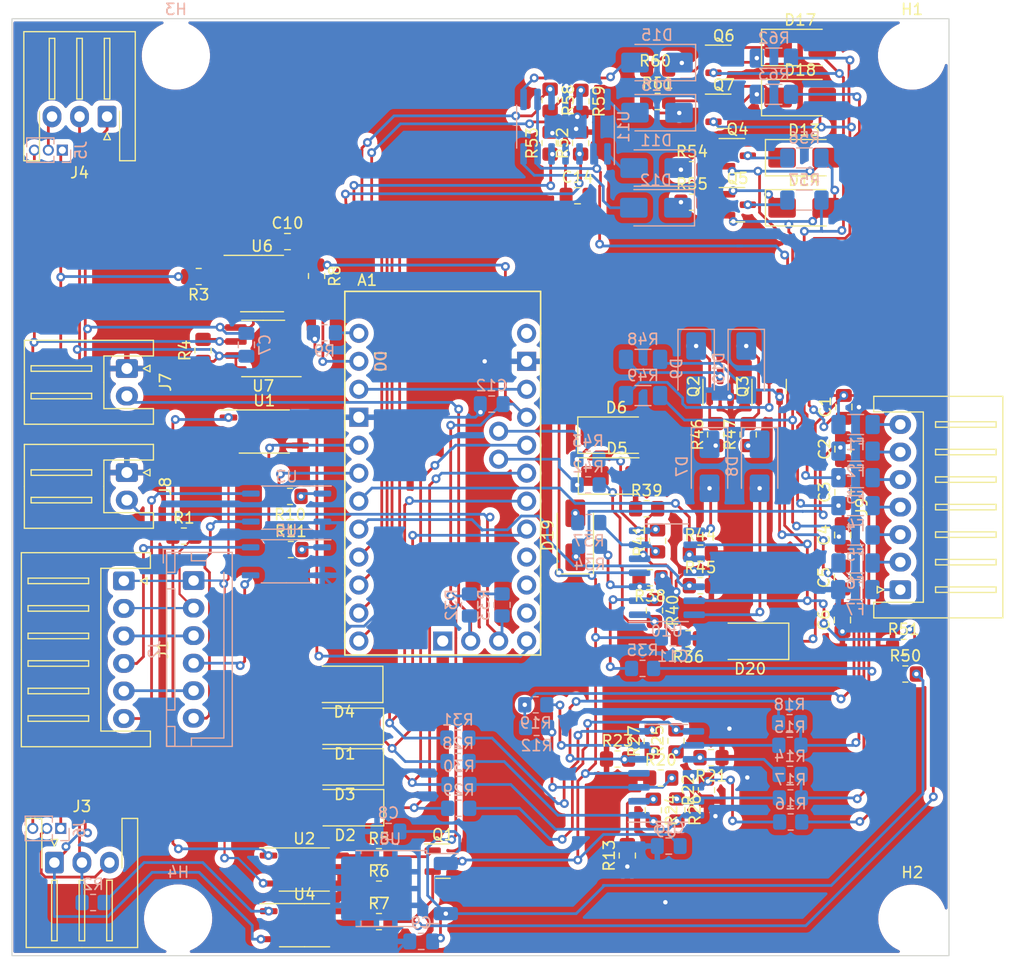
<source format=kicad_pcb>
(kicad_pcb (version 20221018) (generator pcbnew)
  (layers (0 "F.Cu" signal) (31 "B.Cu" signal) (34 "B.Paste" user) (35 "F.Paste" user) (36 "B.SilkS" user "B.Silkscreen") (37 "F.SilkS" user "F.Silkscreen") (38 "B.Mask" user) (39 "F.Mask" user) (44 "Edge.Cuts" user))
  (net 0 "")
  (net 1 "A0")
  (net 2 "A1")
  (net 3 "A2")
  (net 4 "A3")
  (net 5 "A4")
  (net 6 "A5")
  (net 7 "A6")
  (net 8 "A7")
  (net 9 "DRX")
  (net 10 "DTX")
  (net 11 "CHARGEALLOW")
  (net 12 "DISCHARGEALLOW")
  (net 13 "D0")
  (net 14 "D1")
  (net 15 "D2")
  (net 16 "D3")
  (net 17 "D4")
  (net 18 "DCHG")
  (net 19 "D5")
  (net 20 "unconnected-(A1-D11_MOSI-PadD11)")
  (net 23 "B0")
  (net 25 "Net-(A1-RESET-PadRST1)")
  (net 26 "5V")
  (net 27 "B5")
  (net 28 "B6")
  (net 29 "B4")
  (net 30 "B3")
  (net 31 "B2")
  (net 32 "B1")
  (net 33 "DIN_VCC")
  (net 34 "DIN_GND")
  (net 35 "POW")
  (net 36 "Net-(U9A-+)")
  (net 37 "Net-(U9A--)")
  (net 38 "Net-(U9C-+)")
  (net 39 "Net-(U9C--)")
  (net 40 "Net-(U9D-+)")
  (net 41 "Net-(U9D--)")
  (net 42 "Net-(U9B-+)")
  (net 43 "Net-(J9-Pin_7)")
  (net 44 "Net-(J9-Pin_6)")
  (net 45 "Net-(J9-Pin_5)")
  (net 46 "Net-(J9-Pin_4)")
  (net 47 "Net-(J9-Pin_3)")
  (net 48 "Net-(J9-Pin_2)")
  (net 49 "Net-(J9-Pin_1)")
  (net 50 "CHGDT-")
  (net 51 "CHGDT+")
  (net 52 "Net-(J1-Pin_3)")
  (net 53 "Net-(J1-Pin_4)")
  (net 54 "Net-(J1-Pin_5)")
  (net 55 "Net-(J1-Pin_6)")
  (net 56 "Net-(J2-Pin_4)")
  (net 57 "Net-(J2-Pin_6)")
  (net 58 "Net-(J3-Pin_3)")
  (net 59 "Net-(J4-Pin_3)")
  (net 60 "DIN")
  (net 61 "DOUT")
  (net 62 "Net-(Q1-B)")
  (net 63 "Net-(R1-Pad1)")
  (net 64 "Net-(R2-Pad1)")
  (net 65 "Net-(U6-A)")
  (net 66 "Net-(R5-Pad1)")
  (net 67 "Net-(R6-Pad1)")
  (net 68 "Net-(U7-A)")
  (net 69 "Net-(R10-Pad1)")
  (net 70 "Net-(R11-Pad2)")
  (net 71 "Net-(U9B--)")
  (net 72 "Net-(R24-Pad2)")
  (net 73 "Net-(R25-Pad2)")
  (net 74 "Net-(R26-Pad2)")
  (net 75 "Net-(R27-Pad2)")
  (net 76 "Net-(U10A-+)")
  (net 77 "Net-(U10A--)")
  (net 78 "Net-(U10B-+)")
  (net 79 "Net-(U10B--)")
  (net 80 "Net-(R40-Pad2)")
  (net 81 "Net-(R41-Pad2)")
  (net 84 "Net-(D7-K)")
  (net 85 "Net-(D7-A)")
  (net 86 "Net-(D8-K)")
  (net 87 "Net-(D8-A)")
  (net 88 "Net-(D9-K)")
  (net 89 "Net-(D10-K)")
  (net 90 "Net-(Q2-C)")
  (net 91 "Net-(Q3-C)")
  (net 92 "Vref")
  (net 93 "Net-(D11-K)")
  (net 94 "Net-(D11-A)")
  (net 95 "Net-(D12-K)")
  (net 96 "Net-(D12-A)")
  (net 97 "Net-(D13-K)")
  (net 98 "Net-(D14-K)")
  (net 99 "Net-(Q4-C)")
  (net 100 "Net-(Q5-C)")
  (net 101 "Net-(D15-K)")
  (net 102 "Net-(D15-A)")
  (net 103 "Net-(D16-K)")
  (net 104 "Net-(D16-A)")
  (net 105 "Net-(D17-K)")
  (net 106 "Net-(D18-K)")
  (net 107 "Net-(Q6-C)")
  (net 108 "Net-(Q7-C)")
  (net 109 "Net-(D19-A)")
  (net 110 "Net-(D20-A)")
  (footprint "Resistor_SMD:R_0805_2012Metric_Pad1.20x1.40mm_HandSolder" (layer "F.Cu") (at 78.359 91.7448 90)
    (fp_text reference "R13")
    (fp_text value "10k")
  )
  (footprint "MountingHole:MountingHole_3.2mm_M3" (layer "F.Cu") (at 104.2162 19.1008)
    (fp_text reference "H1")
    (fp_text value "MountingHole")
  )
  (footprint "Resistor_SMD:R_0805_2012Metric_Pad1.20x1.40mm_HandSolder" (layer "F.Cu") (at 38.0906 62.738)
    (fp_text reference "R1")
    (fp_text value "330")
  )
  (footprint "Resistor_SMD:R_0805_2012Metric_Pad1.20x1.40mm_HandSolder" (layer "F.Cu") (at 81.111 20.3164)
    (fp_text reference "R60")
    (fp_text value "1k")
  )
  (footprint "Resistor_SMD:R_0805_2012Metric_Pad1.20x1.40mm_HandSolder" (layer "F.Cu") (at 55.8038 97.7464)
    (fp_text reference "R7")
    (fp_text value "4.7k")
  )
  (footprint "Resistor_SMD:R_0805_2012Metric_Pad1.20x1.40mm_HandSolder" (layer "F.Cu") (at 84.9884 64.2874)
    (fp_text reference "R44")
    (fp_text value "10k")
  )
  (footprint "Resistor_SMD:R_0805_2012Metric_Pad1.20x1.40mm_HandSolder" (layer "F.Cu") (at 39.8272 45.8724 90)
    (fp_text reference "R4")
    (fp_text value "470")
  )
  (footprint "Resistor_SMD:R_0805_2012Metric_Pad1.20x1.40mm_HandSolder" (layer "F.Cu") (at 82.8548 87.6046 -90)
    (fp_text reference "R26")
    (fp_text value "10k")
  )
  (footprint "Pro Mini:Clone_Pro_Mini_Socket_NoSPH" (layer "F.Cu") (at 61.595 57.023)
    (fp_text reference "A1")
    (fp_text value "Clone_Pro_Mini_Socket_NoSPH")
  )
  (footprint "Capacitor_SMD:C_0805_2012Metric_Pad1.18x1.45mm_HandSolder" (layer "F.Cu") (at 73.8372 31.8262)
    (fp_text reference "C14")
    (fp_text value "1uF 25V")
  )
  (footprint "Connector_JST:JST_XH_S6B-XH-A_1x06_P2.50mm_Horizontal" (layer "F.Cu") (at 32.639 66.802 -90)
    (fp_text reference "J1")
    (fp_text value "CHG/DSCHG CTRL")
  )
  (footprint "Resistor_SMD:R_0805_2012Metric_Pad1.20x1.40mm_HandSolder" (layer "F.Cu") (at 71.348 27.051 90)
    (fp_text reference "R53")
    (fp_text value "10k")
  )
  (footprint "Capacitor_SMD:C_0805_2012Metric_Pad1.18x1.45mm_HandSolder" (layer "F.Cu") (at 97.8916 66.4972 90)
    (fp_text reference "C5")
    (fp_text value "1uF 25V")
  )
  (footprint "Package_SO:SOIC-8_3.9x4.9mm_P1.27mm" (layer "F.Cu") (at 45.1866 39.8018)
    (fp_text reference "U6")
    (fp_text value "6N137")
  )
  (footprint "Resistor_SMD:R_0805_2012Metric_Pad1.20x1.40mm_HandSolder" (layer "F.Cu") (at 81.1022 63.1698 90)
    (fp_text reference "R41")
    (fp_text value "10k")
  )
  (footprint "Package_TO_SOT_SMD:SOT-23" (layer "F.Cu") (at 87.1214 24.1604)
    (fp_text reference "Q7")
    (fp_text value "MMBT3904")
  )
  (footprint "Resistor_SMD:R_0805_2012Metric_Pad1.20x1.40mm_HandSolder" (layer "F.Cu") (at 80.8228 69.4944 -90)
    (fp_text reference "R40")
    (fp_text value "10k")
  )
  (footprint "Resistor_SMD:R_0805_2012Metric_Pad1.20x1.40mm_HandSolder" (layer "F.Cu") (at 47.8028 63.9572)
    (fp_text reference "R11")
    (fp_text value "470")
  )
  (footprint "Resistor_SMD:R_0805_2012Metric_Pad1.20x1.40mm_HandSolder" (layer "F.Cu") (at 80.7212 87.63 -90)
    (fp_text reference "R24")
    (fp_text value "10k")
  )
  (footprint "Resistor_SMD:R_0805_2012Metric_Pad1.20x1.40mm_HandSolder" (layer "F.Cu") (at 103.4448 72.8472)
    (fp_text reference "R51")
    (fp_text value "1k")
  )
  (footprint "Resistor_SMD:R_0805_2012Metric_Pad1.20x1.40mm_HandSolder" (layer "F.Cu") (at 39.4368 39.1668 180)
    (fp_text reference "R3")
    (fp_text value "470")
  )
  (footprint "Package_SO:SOIC-4_4.55x3.7mm_P2.54mm" (layer "F.Cu") (at 45.391 53.2384)
    (fp_text reference "U1")
    (fp_text value "TLP185")
  )
  (footprint "Connector_JST:JST_XH_S3B-XH-A-1_1x03_P2.50mm_Horizontal" (layer "F.Cu") (at 31.115 24.638 180)
    (fp_text reference "J4")
    (fp_text value "Data IN/OUT")
  )
  (footprint "Resistor_SMD:R_0805_2012Metric_Pad1.20x1.40mm_HandSolder" (layer "F.Cu") (at 84.2258 32.414)
    (fp_text reference "R55")
    (fp_text value "1k")
  )
  (footprint "Resistor_SMD:R_0805_2012Metric_Pad1.20x1.40mm_HandSolder" (layer "F.Cu") (at 80.1116 60.2488)
    (fp_text reference "R39")
    (fp_text value "10k")
  )
  (footprint "Diode_SMD:D_SMA" (layer "F.Cu") (at 94.4112 32.9218)
    (fp_text reference "D14")
    (fp_text value "1n4007")
  )
  (footprint "Diode_SMD:D_SMA" (layer "F.Cu") (at 52.705 83.693 180)
    (fp_text reference "D3")
    (fp_text value "5.1V Z")
  )
  (footprint "Resistor_SMD:R_0805_2012Metric_Pad1.20x1.40mm_HandSolder" (layer "F.Cu") (at 86.3818 53.5178 90)
    (fp_text reference "R46")
    (fp_text value "1k")
  )
  (footprint "Resistor_SMD:R_0805_2012Metric_Pad1.20x1.40mm_HandSolder" (layer "F.Cu") (at 71.348 23.1488 -90)
    (fp_text reference "R58")
    (fp_text value "10k")
  )
  (footprint "Package_TO_SOT_SMD:SOT-23" (layer "F.Cu") (at 61.6204 92.2528)
    (fp_text reference "Q1")
    (fp_text value "MMBT3906")
  )
  (footprint "Diode_SMD:D_SMA" (layer "F.Cu") (at 52.6542 76.2 180)
    (fp_text reference "D4")
    (fp_text value "5.1V Z")
  )
  (footprint "Resistor_SMD:R_0805_2012Metric_Pad1.20x1.40mm_HandSolder" (layer "F.Cu") (at 80.4164 66.5226 180)
    (fp_text reference "R38")
    (fp_text value "10k")
  )
  (footprint "Resistor_SMD:R_0805_2012Metric_Pad1.20x1.40mm_HandSolder" (layer "F.Cu") (at 83.8962 72.0598 180)
    (fp_text reference "R36")
    (fp_text value "10k")
  )
  (footprint "Connector_JST:JST_XH_S2B-XH-A_1x02_P2.50mm_Horizontal" (layer "F.Cu") (at 32.914 47.518 -90)
    (fp_text reference "J7")
    (fp_text value "NTC1")
  )
  (footprint "Package_TO_SOT_SMD:SOT-23" (layer "F.Cu") (at 91.2368 49.149 90)
    (fp_text reference "Q3")
    (fp_text value "MMBT3904")
  )
  (footprint "Capacitor_SMD:C_0805_2012Metric_Pad1.18x1.45mm_HandSolder" (layer "F.Cu") (at 97.917 62.6364 90)
    (fp_text reference "C4")
    (fp_text value "1uF 25V")
  )
  (footprint "Package_TO_SOT_SMD:SOT-23" (layer "F.Cu") (at 88.366 28.194)
    (fp_text reference "Q4")
    (fp_text value "MMBT3904")
  )
  (footprint "Diode_SMD:D_SMA" (layer "F.Cu") (at 94.4112 28.3718)
    (fp_text reference "D13")
    (fp_text value "1n4007")
  )
  (footprint "Package_TO_SOT_SMD:SOT-23" (layer "F.Cu") (at 88.366 32.644)
    (fp_text reference "Q5")
    (fp_text value "MMBT3904")
  )
  (footprint "Package_SO:SOIC-8_3.9x4.9mm_P1.27mm" (layer "F.Cu") (at 45.2882 45.6976 180)
    (fp_text reference "U7")
    (fp_text value "6N137")
  )
  (footprint "Resistor_SMD:R_0805_2012Metric_Pad1.20x1.40mm_HandSolder" (layer "F.Cu") (at 85.9536 82.8548 180)
    (fp_text reference "R21")
    (fp_text value "10k")
  )
  (footprint "Resistor_SMD:R_0805_2012Metric_Pad1.20x1.40mm_HandSolder" (layer "F.Cu") (at 55.8038 94.7964)
    (fp_text reference "R6")
    (fp_text value "4.7k")
  )
  (footprint "Resistor_SMD:R_0805_2012Metric_Pad1.20x1.40mm_HandSolder" (layer "F.Cu") (at 84.9884 67.2374)
    (fp_text reference "R45")
    (fp_text value "10k")
  )
  (footprint "Resistor_SMD:R_0805_2012Metric_Pad1.20x1.40mm_HandSolder" (layer "F.Cu") (at 89.3318 53.5178 90)
    (fp_text reference "R47")
    (fp_text value "1k")
  )
  (footprint "Capacitor_SMD:C_0805_2012Metric_Pad1.18x1.45mm_HandSolder" (layer "F.Cu") (at 47.498 35.9918)
    (fp_text reference "C10")
    (fp_text value "1uF 25V")
  )
  (footprint "Diode_SMD:D_SMA" (layer "F.Cu") (at 52.705 80.01 180)
    (fp_text reference "D1")
    (fp_text value "5.1V Z")
  )
  (footprint "Diode_SMD:D_SMA" (layer "F.Cu") (at 94.0556 22.9142)
    (fp_text reference "D18")
    (fp_text value "1n4007")
  )
  (footprint "Resistor_SMD:R_0805_2012Metric_Pad1.20x1.40mm_HandSolder" (layer "F.Cu") (at 50.1396 39.116 -90)
    (fp_text reference "R8")
    (fp_text value "470")
  )
  (footprint "Resistor_SMD:R_0805_2012Metric_Pad1.20x1.40mm_HandSolder" (layer "F.Cu") (at 74.142 23.2504 -90)
    (fp_text reference "R59")
    (fp_text value "10k")
  )
  (footprint "Package_TO_SOT_SMD:SOT-23" (layer "F.Cu") (at 87.1214 19.7104)
    (fp_text reference "Q6")
    (fp_text value "MMBT3904")
  )
  (footprint "Connector_JST:JST_XH_S2B-XH-A_1x02_P2.50mm_Horizontal" (layer "F.Cu") (at 32.914 56.968 -90)
    (fp_text reference "J8")
    (fp_text value "NTC2")
  )
  (footprint "Resistor_SMD:R_0805_2012Metric_Pad1.20x1.40mm_HandSolder" (layer "F.Cu") (at 84.2258 29.464)
    (fp_text reference "R54")
    (fp_text value "1k")
  )
  (footprint "Capacitor_SMD:C_0805_2012Metric_Pad1.18x1.45mm_HandSolder" (layer "F.Cu") (at 98.0186 51.0032 90)
    (fp_text reference "C1")
    (fp_text value "1uF 25V")
  )
  (footprint "Capacitor_SMD:C_0805_2012Metric_Pad1.18x1.45mm_HandSolder" (layer "F.Cu") (at 97.9424 54.8386 90)
    (fp_text reference "C2")
    (fp_text value "1uF 25V")
  )
  (footprint "Resistor_SMD:R_0805_2012Metric_Pad1.20x1.40mm_HandSolder" (layer "F.Cu") (at 77.47 82.9818)
    (fp_text reference "R23")
    (fp_text value "10k")
  )
  (footprint "Diode_SMD:D_SMA" (layer "F.Cu") (at 94.0556 18.3642)
    (fp_text reference "D17")
    (fp_text value "1n4007")
  )
  (footprint "Diode_SMD:D_SMA" (layer "F.Cu") (at 89.5096 72.2884 180)
    (fp_text reference "D20")
    (fp_text value "5.1V Z")
  )
  (footprint "Resistor_SMD:R_0805_2012Metric_Pad1.20x1.40mm_HandSolder" (layer "F.Cu") (at 85.5472 85.8012 90)
    (fp_text reference "R22")
    (fp_text value "10k")
  )
  (footprint "Diode_SMD:D_SMA" (layer "F.Cu") (at 77.3684 53.5686)
    (fp_text reference "D6")
    (fp_text value "5.1V Z")
  )
  (footprint "Resistor_SMD:R_0805_2012Metric_Pad1.20x1.40mm_HandSolder" (layer "F.Cu") (at 103.6066 75.2602)
    (fp_text reference "R50")
    (fp_text value "1k")
  )
  (footprint "MountingHole:MountingHole_3.2mm_M3" (layer "F.Cu") (at 104.2416 97.4852)
    (fp_text reference "H2")
    (fp_text value "MountingHole")
  )
  (footprint "Capacitor_SMD:C_0805_2012Metric_Pad1.18x1.45mm_HandSolder" (layer "F.Cu") (at 97.8916 70.358 90)
    (fp_text reference "C6")
    (fp_text value "1uF 25V")
  )
  (footprint "Package_TO_SOT_SMD:SOT-23" (layer "F.Cu") (at 86.7868 49.149 90)
    (fp_text reference "Q2")
    (fp_text value "MMBT3904")
  )
  (footprint "Diode_SMD:D_SMA" (layer "F.Cu") (at 52.7304 87.4014 180)
    (fp_text reference "D2")
    (fp_text value "5.1V Z")
  )
  (footprint "Connector_JST:JST_XH_S7B-XH-A_1x07_P2.50mm_Horizontal" (layer "F.Cu") (at 103.1488 67.6034 90)
    (fp_text reference "J9")
    (fp_text value "Balance Connector")
  )
  (footprint "Package_SO:SOIC-4_4.55x3.7mm_P2.54mm" (layer "F.Cu") (at 49.022 93.0148)
    (fp_text reference "U2")
    (fp_text value "TLP185")
  )
  (footprint "Resistor_SMD:R_0805_2012Metric_Pad1.20x1.40mm_HandSolder" (layer "F.Cu") (at 81.391 84.709)
    (fp_text reference "R20")
    (fp_text value "10k")
  )
  (footprint "Resistor_SMD:R_0805_2012Metric_Pad1.20x1.40mm_HandSolder" (layer "F.Cu") (at 80.6196 81.3562 90)
    (fp_text reference "R27")
    (fp_text value "10k")
  )
  (footprint "Resistor_SMD:R_0805_2012Metric_Pad1.20x1.40mm_HandSolder" (layer "F.Cu") (at 82.7786 81.3308 90)
    (fp_text reference "R25")
    (fp_text value "10k")
  )
  (footprint "Diode_SMD:D_SMA" (layer "F.Cu") (at 73.6346 62.6618 90)
    (fp_text reference "D19")
    (fp_text value "5.1V Z")
  )
  (footprint "Package_SO:SOIC-4_4.55x3.7mm_P2.54mm" (layer "F.Cu") (at 49.0474 98.0694)
    (fp_text reference "U4")
    (fp_text value "TLP185")
  )
  (footprint "Resistor_SMD:R_0805_2012Metric_Pad1.20x1.40mm_HandSolder" (layer "F.Cu") (at 74.1166 27.051 90)
    (fp_text reference "R52")
    (fp_text value "10k")
  )
  (footprint "Capacitor_SMD:C_0805_2012Metric_Pad1.18x1.45mm_HandSolder" (layer "F.Cu") (at 97.9424 58.7502 90)
    (fp_text reference "C3")
    (fp_text value "1uF 25V")
  )
  (footprint "Connector_JST:JST_XH_S3B-XH-A-1_1x03_P2.50mm_Horizontal" (layer "F.Cu") (at 26.329 92.384)
    (fp_text reference "J3")
    (fp_text value "Data IN/OUT")
  )
  (footprint "Resistor_SMD:R_0805_2012Metric_Pad1.20x1.40mm_HandSolder" (layer "F.Cu") (at 55.8038 91.8464)
    (fp_text reference "R5")
    (fp_text value "4.7k")
  )
  (footprint "Resistor_SMD:R_0805_2012Metric_Pad1.20x1.40mm_HandSolder" (layer "F.Cu") (at 81.111 23.2664)
    (fp_text reference "R61")
    (fp_text value "1k")
  )
  (footprint "Resistor_SMD:R_0805_2012Metric_Pad1.20x1.40mm_HandSolder" (layer "F.Cu") (at 47.7266 59.1312 180)
    (fp_text reference "R10")
    (fp_text value "470")
  )
  (footprint "Diode_SMD:D_SMA" (layer "F.Cu") (at 77.4192 57.277)
    (fp_text reference "D5")
    (fp_text value "5.1V Z")
  )
  (footprint "Resistor_SMD:R_1206_3216Metric_Pad1.30x1.75mm_HandSolder" (layer "B.Cu") (at 91.668 22.6194 180)
    (fp_text reference "R63")
    (fp_text value "33")
  )
  (footprint "Package_SO:SOIC-4_4.55x3.7mm_P2.54mm" (layer "B.Cu") (at 47.4218 60.1472 180)
    (fp_text reference "U3")
    (fp_text value "TLP185")
  )
  (footprint "Resistor_SMD:R_1206_3216Metric_Pad1.30x1.75mm_HandSolder" (layer "B.Cu") (at 94.4366 32.2206 180)
    (fp_text reference "R57")
    (fp_text value "33")
  )
  (footprint "Resistor_SMD:R_0805_2012Metric_Pad1.20x1.40mm_HandSolder" (layer "B.Cu") (at 74.8538 61.508)
    (fp_text reference "R37")
    (fp_text value "10k")
  )
  (footprint "Package_SO:SOIC-14_3.9x8.7mm_P1.27mm" (layer "B.Cu") (at 72.745 25.5524 90)
    (fp_text reference "U11")
    (fp_text value "LM324")
  )
  (footprint "Connector_PinHeader_1.27mm:PinHeader_1x03_P1.27mm_Vertical" (layer "B.Cu") (at 26.908 89.281 90)
    (fp_text reference "J6")
    (fp_text value "Port Selector")
  )
  (footprint "Diode_SMD:D_SMA" (layer "B.Cu") (at 85.8232 56.3946 -90)
    (fp_text reference "D7")
    (fp_text value "1n4007")
  )
  (footprint "Diode_SMD:D_SMA" (layer "B.Cu") (at 89.1574 47.4726 -90)
    (fp_text reference "D10")
    (fp_text value "1n4007")
  )
  (footprint "Package_SO:SOIC-14_3.9x8.7mm_P1.27mm" (layer "B.Cu") (at 81.9516 66.0654)
    (fp_text reference "U10")
    (fp_text value "LM324")
  )
  (footprint "Resistor_SMD:R_0805_2012Metric_Pad1.20x1.40mm_HandSolder" (layer "B.Cu") (at 93.1164 81.7372 180)
    (fp_text reference "R15")
    (fp_text value "10k")
  )
  (footprint "Resistor_SMD:R_0805_2012Metric_Pad1.20x1.40mm_HandSolder" (layer "B.Cu") (at 70.12 80.1116)
    (fp_text reference "R12")
    (fp_text value "10k")
  )
  (footprint "Resistor_SMD:R_0805_2012Metric_Pad1.20x1.40mm_HandSolder" (layer "B.Cu") (at 74.803 58.0898 180)
    (fp_text reference "R42")
    (fp_text value "10k")
  )
  (footprint "Resistor_SMD:R_0805_2012Metric_Pad1.20x1.40mm_HandSolder" (layer "B.Cu") (at 70.0438 78.0542)
    (fp_text reference "R19")
    (fp_text value "10k")
  )
  (footprint "Resistor_SMD:R_1206_3216Metric_Pad1.30x1.75mm_HandSolder" (layer "B.Cu") (at 99.0848 55.0164)
    (fp_text reference "F2")
    (fp_text value "Polyfuse_Small")
  )
  (footprint "Diode_SMD:D_SMA" (layer "B.Cu") (at 81.0508 24.2858 180)
    (fp_text reference "D16")
    (fp_text value "1n4007")
  )
  (footprint "Resistor_SMD:R_0805_2012Metric_Pad1.20x1.40mm_HandSolder" (layer "B.Cu") (at 50.8508 44.2722)
    (fp_text reference "R9")
    (fp_text value "470")
  )
  (footprint "Capacitor_SMD:C_0805_2012Metric_Pad1.18x1.45mm_HandSolder" (layer "B.Cu") (at 43.7642 45.3644 90)
    (fp_text reference "C7")
    (fp_text value "1uF 25V")
  )
  (footprint "Resistor_SMD:R_0805_2012Metric_Pad1.20x1.40mm_HandSolder" (layer "B.Cu") (at 66.9798 68.9864 -90)
    (fp_text reference "R33")
    (fp_text value "1k")
  )
  (footprint "Diode_SMD:D_SMA" (layer "B.Cu") (at 80.9746 29.3116 180)
    (fp_text reference "D11")
    (fp_text value "1n4007")
  )
  (footprint "Resistor_SMD:R_1206_3216Metric_Pad1.30x1.75mm_HandSolder" (layer "B.Cu") (at 91.668 19.3294 180)
    (fp_text reference "R62")
    (fp_text value "33")
  )
  (footprint "Capacitor_SMD:C_0805_2012Metric_Pad1.18x1.45mm_HandSolder" (layer "B.Cu") (at 59.6392 99.5426 180)
    (fp_text reference "C9")
    (fp_text value "1uF 25V")
  )
  (footprint "Resistor_SMD:R_0805_2012Metric_Pad1.20x1.40mm_HandSolder" (layer "B.Cu") (at 63.0428 87.4522 180)
    (fp_text reference "R29")
    (fp_text value "10k")
  )
  (footprint "Resistor_SMD:R_1206_3216Metric_Pad1.30x1.75mm_HandSolder" (layer "B.Cu") (at 99.0848 59.9694)
    (fp_text reference "F4")
    (fp_text value "Polyfuse_Small")
  )
  (footprint "Resistor_SMD:R_0805_2012Metric_Pad1.20x1.40mm_HandSolder" (layer "B.Cu") (at 62.9666 81.0768 180)
    (fp_text reference "R31")
    (fp_text value "10k")
  )
  (footprint "Resistor_SMD:R_1206_3216Metric_Pad1.30x1.75mm_HandSolder" (layer "B.Cu") (at 79.7814 46.6852 180)
    (fp_text reference "R48")
    (fp_text value "33")
  )
  (footprint "Resistor_SMD:R_1206_3216Metric_Pad1.30x1.75mm_HandSolder" (layer "B.Cu") (at 79.7814 49.9752 180)
    (fp_text reference "R49")
    (fp_text value "33")
  )
  (footprint "Resistor_SMD:R_0805_2012Metric_Pad1.20x1.40mm_HandSolder" (layer "B.Cu") (at 29.845 96.012 180)
    (fp_text reference "R2")
    (fp_text value "470")
  )
  (footprint "Resistor_SMD:R_0805_2012Metric_Pad1.20x1.40mm_HandSolder" (layer "B.Cu") (at 93.1926 88.6968 180)
    (fp_text reference "R16")
    (fp_text value "10k")
  )
  (footprint "Capacitor_SMD:C_0805_2012Metric_Pad1.18x1.45mm_HandSolder" (layer "B.Cu") (at 56.6674 89.5604 180)
    (fp_text reference "C8")
    (fp_text value "1uF 25V")
  )
  (footprint "Resistor_SMD:R_0805_2012Metric_Pad1.20x1.40mm_HandSolder" (layer "B.Cu") (at 79.74 74.7522 180)
    (fp_text reference "R35")
    (fp_text value "10k")
  )
  (footprint "Diode_SMD:D_SMA" (layer "B.Cu") (at 80.9492 32.9184 180)
    (fp_text reference "D12")
    (fp_text value "1n4007")
  )
  (footprint "Resistor_SMD:R_1206_3216Metric_Pad1.30x1.75mm_HandSolder" (layer "B.Cu") (at 99.0848 52.6034)
    (fp_text reference "F1")
    (fp_text value "Polyfuse_Small")
  )
  (footprint "Package_SO:SOIC-14_3.9x8.7mm_P1.27mm" (layer "B.Cu") (at 81.8896 84.2772)
    (fp_text reference "U9")
    (fp_text value "LM324")
  )
  (footprint "Connector_JST:JST_XH_B6B-XH-AM_1x06_P2.50mm_Vertical" (layer "B.Cu") (at 38.972 66.775 -90)
    (fp_text reference "J2")
    (fp_text value "CHG/DSCHG CTRL CMP (SHORT DATA FOR STANDALONE)")
  )
  (footprint "Resistor_SMD:R_1206_3216Metric_Pad1.30x1.75mm_HandSolder" (layer "B.Cu") (at 94.4366 28.3972 180)
    (fp_text reference "R56")
    (fp_text value "33")
  )
  (footprint "Package_TO_SOT_SMD:TO-252-2" (layer "B.Cu") (at 56.8352 94.742 180)
    (fp_text reference "U8")
    (fp_text value "LM78M05_TO252")
  )
  (footprint "MountingHole:MountingHole_3.2mm_M3" (layer "B.Cu") (at 37.5666 97.4598 180)
    (fp_text reference "H4")
    (fp_text value "MountingHole")
  )
  (footprint "Resistor_SMD:R_0805_2012Metric_Pad1.20x1.40mm_HandSolder" (layer "B.Cu") (at 62.992 83.2104 180)
    (fp_text reference "R28")
    (fp_text value "10k")
  )
  (footprint "Resistor_SMD:R_0805_2012Metric_Pad1.20x1.40mm_HandSolder" (layer "B.Cu") (at 93.091 79.6798 180)
    (fp_text reference "R18")
    (fp_text value "10k")
  )
  (footprint "Connector_PinHeader_1.27mm:PinHeader_1x03_P1.27mm_Vertical" (layer "B.Cu") (at 27.051 27.686 90)
    (fp_text reference "J5")
    (fp_text value "Port Selector")
  )
  (footprint "Diode_SMD:D_SMA" (layer "B.Cu") (at 84.6074 47.4726 -90)
    (fp_text reference "D9")
    (fp_text value "1n4007")
  )
  (footprint "Package_SO:SOIC-4_4.55x3.7mm_P2.54mm" (layer "B.Cu") (at 47.3964 65.024 180)
    (fp_text reference "U5")
    (fp_text value "TLP185")
  )
  (footprint "Resistor_SMD:R_0805_2012Metric_Pad1.20x1.40mm_HandSolder" (layer "B.Cu") (at 63.0682 85.2932 180)
    (fp_text reference "R30")
    (fp_text value "10k")
  )
  (footprint "Resistor_SMD:R_1206_3216Metric_Pad1.30x1.75mm_HandSolder" (layer "B.Cu") (at 99.0588 67.5894)
    (fp_text reference "F7")
    (fp_text value "Polyfuse_Small")
  )
  (footprint "Diode_SMD:D_SMA" (layer "B.Cu") (at 90.3732 56.3946 -90)
    (fp_text reference "D8")
    (fp_text value "1n4007")
  )
  (footprint "Resistor_SMD:R_0805_2012Metric_Pad1.20x1.40mm_HandSolder" (layer "B.Cu") (at 93.1672 86.5124 180)
    (fp_text reference "R17")
    (fp_text value "10k")
  )
  (footprint "Resistor_SMD:R_1206_3216Metric_Pad1.30x1.75mm_HandSolder" (layer "B.Cu") (at 99.0848 57.4294)
    (fp_text reference "F3")
    (fp_text value "Polyfuse_Small")
  )
  (footprint "Resistor_SMD:R_1206_3216Metric_Pad1.30x1.75mm_HandSolder" (layer "B.Cu") (at 99.0848 62.6364)
    (fp_text reference "F5")
    (fp_text value "Polyfuse_Small")
  )
  (footprint "Resistor_SMD:R_0805_2012Metric_Pad1.20x1.40mm_HandSolder" (layer "B.Cu") (at 74.93 63.6524)
    (fp_text reference "R34")
    (fp_text value "10k")
  )
  (footprint "Capacitor_SMD:C_0805_2012Metric_Pad1.18x1.45mm_HandSolder" (layer "B.Cu") (at 82.1182 90.8812 180)
    (fp_text reference "C13")
    (fp_text value "1uF 25V")
  )
  (footprint "Resistor_SMD:R_0805_2012Metric_Pad1.20x1.40mm_HandSolder" (layer "B.Cu") (at 74.7776 55.753 180)
    (fp_text reference "R43")
    (fp_text value "10k")
  )
  (footprint "Resistor_SMD:R_1206_3216Metric_Pad1.30x1.75mm_HandSolder" (layer "B.Cu") (at 99.0848 65.1764)
    (fp_text reference "F6")
    (fp_text value "Polyfuse_Small")
  )
  (footprint "Capacitor_SMD:C_0805_2012Metric_Pad1.18x1.45mm_HandSolder" (layer "B.Cu") (at 82.4992 71.9582)
    (fp_text reference "C11")
    (fp_text value "1uF 25V")
  )
  (footprint "Resistor_SMD:R_0805_2012Metric_Pad1.20x1.40mm_HandSolder" (layer "B.Cu") (at 64.0298 68.9864 -90)
    (fp_text reference "R32")
    (fp_text value "1k")
  )
  (footprint "Capacitor_SMD:C_0805_2012Metric_Pad1.18x1.45mm_HandSolder" (layer "B.Cu") (at 66.04 50.7492 180)
    (fp_text reference "C12")
    (fp_text value "1uF 25V")
  )
  (footprint "Diode_SMD:D_SMA" (layer "B.Cu") (at 81.0508 19.7358 180)
    (fp_text reference "D15")
    (fp_text value "1n4007")
  )
  (footprint "MountingHole:MountingHole_3.2mm_M3" (layer "B.Cu") (at 37.3634 19.1008 180)
    (fp_text reference "H3")
    (fp_text value "MountingHole")
  )
  (footprint "Resistor_SMD:R_0805_2012Metric_Pad1.20x1.40mm_HandSolder" (layer "B.Cu") (at 93.1418 84.3788 180)
    (fp_text reference "R14")
    (fp_text value "10k")
  )
  (gr_rect (start 22.479 15.748) (end 107.569 100.838) (stroke (width 0.1)) (fill none) (layer "Edge.Cuts"))
  (segment (start 54.991 80.01) (end 54.705 80.01) (width 0.25) (layer "F.Cu") (net 1))
  (segment (start 56.9976 82.0166) (end 54.991 80.01) (width 0.25) (layer "F.Cu") (net 1))
  (segment (start 58.8639 80.1503) (end 58.8639 62.6618) (width 0.25) (layer "F.Cu") (net 1))
  (segment (start 56.9976 82.0166) (end 58.8639 80.1503) (width 0.25) (layer "F.Cu") (net 1))
  (via (at 56.9976 82.0166) (size 0.8) (drill 0.4) (layers "F.Cu" "B.Cu") (net 1))
  (via (at 58.8639 62.6618) (size 0.8) (drill 0.4) (layers "F.Cu" "B.Cu") (net 1))
  (segment (start 58.8639 62.6618) (end 68.6562 62.6618) (width 0.25) (layer "B.Cu") (net 1))
  (segment (start 61.992 83.2104) (end 58.1914 83.2104) (width 0.25) (layer "B.Cu") (net 1))
  (segment (start 68.6562 62.6618) (end 69.215 62.103) (width 0.25) (layer "B.Cu") (net 1))
  (segment (start 58.1914 83.2104) (end 56.9976 82.0166) (width 0.25) (layer "B.Cu") (net 1))
  (segment (start 58.1389 59.9457) (end 58.5724 59.5122) (width 0.25) (layer "F.Cu") (net 2))
  (segment (start 58.1389 78.3353) (end 58.1389 59.9457) (width 0.25) (layer "F.Cu") (net 2))
  (segment (start 56.769 79.7052) (end 56.769 78.3148) (width 0.25) (layer "F.Cu") (net 2))
  (segment (start 56.769 78.3148) (end 54.6542 76.2) (width 0.25) (layer "F.Cu") (net 2))
  (segment (start 56.769 79.7052) (end 58.1389 78.3353) (width 0.25) (layer "F.Cu") (net 2))
  (via (at 58.5724 59.5122) (size 0.8) (drill 0.4) (layers "F.Cu" "B.Cu") (net 2))
  (via (at 56.769 79.7052) (size 0.8) (drill 0.4) (layers "F.Cu" "B.Cu") (net 2))
  (segment (start 61.9666 81.0768) (end 58.1406 81.0768) (width 0.25) (layer "B.Cu") (net 2))
  (segment (start 58.1406 81.0768) (end 56.769 79.7052) (width 0.25) (layer "B.Cu") (net 2))
  (segment (start 58.5724 59.5122) (end 58.6232 59.563) (width 0.25) (layer "B.Cu") (net 2))
  (segment (start 58.6232 59.563) (end 69.215 59.563) (width 0.25) (layer "B.Cu") (net 2))
  (segment (start 59.0042 87.4014) (end 60.4064 85.9992) (width 0.25) (layer "F.Cu") (net 3))
  (segment (start 60.4064 58.11) (end 60.9854 57.531) (width 0.25) (layer "F.Cu") (net 3))
  (segment (start 60.4064 85.9992) (end 60.4064 58.11) (width 0.25) (layer "F.Cu") (net 3))
  (segment (start 59.0042 87.4014) (end 54.7304 87.4014) (width 0.25) (layer "F.Cu") (net 3))
  (via (at 60.9854 57.531) (size 0.8) (drill 0.4) (layers "F.Cu" "B.Cu") (net 3))
  (via (at 59.0042 87.4014) (size 0.8) (drill 0.4) (layers "F.Cu" "B.Cu") (net 3))
  (segment (start 61.4934 57.023) (end 69.215 57.023) (width 0.25) (layer "B.Cu") (net 3))
  (segment (start 60.9854 57.531) (end 61.4934 57.023) (width 0.25) (layer "B.Cu") (net 3))
  (segment (start 62.0428 87.4522) (end 59.055 87.4522) (width 0.25) (layer "B.Cu") (net 3))
  (segment (start 59.055 87.4522) (end 59.0042 87.4014) (width 0.25) (layer "B.Cu") (net 3))
  (segment (start 59.5884 84.1502) (end 59.5884 57.6072) (width 0.25) (layer "F.Cu") (net 4))
  (segment (start 58.8264 85.1154) (end 59.5884 84.3534) (width 0.25) (layer "F.Cu") (net 4))
  (segment (start 59.5884 57.6072) (end 60.8838 56.3118) (width 0.25) (layer "F.Cu") (net 4))
  (segment (start 59.5884 84.3534) (end 59.5884 84.1502) (width 0.25) (layer "F.Cu") (net 4))
  (segment (start 58.8264 85.1154) (end 57.404 83.693) (width 0.25) (layer "F.Cu") (net 4))
  (segment (start 57.404 83.693) (end 54.705 83.693) (width 0.25) (layer "F.Cu") (net 4))
  (via (at 58.8264 85.1154) (size 0.8) (drill 0.4) (layers "F.Cu" "B.Cu") (net 4))
  (via (at 60.8838 56.3118) (size 0.8) (drill 0.4) (layers "F.Cu" "B.Cu") (net 4))
  (segment (start 62.4078 54.7878) (end 62.4586 54.7878) (width 0.25) (layer "B.Cu") (net 4))
  (segment (start 62.4586 54.7878) (end 62.7634 54.483) (width 0.25) (layer "B.Cu") (net 4))
  (segment (start 62.7634 54.483) (end 69.215 54.483) (width 0.25) (layer "B.Cu") (net 4))
  (segment (start 60.8838 56.3118) (end 62.4078 54.7878) (width 0.25) (layer "B.Cu") (net 4))
  (segment (start 59.0042 85.2932) (end 58.8264 85.1154) (width 0.25) (layer "B.Cu") (net 4))
  (segment (start 62.0682 85.2932) (end 59.0042 85.2932) (width 0.25) (layer "B.Cu") (net 4))
  (segment (start 74.6158 57.277) (end 73.803 58.0898) (width 0.25) (layer "F.Cu") (net 5))
  (segment (start 75.4192 57.277) (end 74.6158 57.277) (width 0.25) (layer "F.Cu") (net 5))
  (via (at 73.803 58.0898) (size 0.8) (drill 0.4) (layers "F.Cu" "B.Cu") (net 5))
  (segment (start 72.1868 55.8038) (end 72.136 55.753) (width 0.25) (layer "B.Cu") (net 5))
  (segment (start 72.136 55.753) (end 66.675 55.753) (width 0.25) (layer "B.Cu") (net 5))
  (segment (start 72.1868 56.4736) (end 72.1868 55.8038) (width 0.25) (layer "B.Cu") (net 5))
  (segment (start 73.803 58.0898) (end 72.1868 56.4736) (width 0.25) (layer "B.Cu") (net 5))
  (segment (start 75.3684 54.1622) (end 73.7776 55.753) (width 0.25) (layer "F.Cu") (net 6))
  (segment (start 75.3684 53.5686) (end 75.3684 54.1622) (width 0.25) (layer "F.Cu") (net 6))
  (via (at 73.7776 55.753) (size 0.8) (drill 0.4) (layers "F.Cu" "B.Cu") (net 6))
  (segment (start 73.4568 53.213) (end 66.675 53.213) (width 0.25) (layer "B.Cu") (net 6))
  (segment (start 73.7776 53.5338) (end 73.4568 53.213) (width 0.25) (layer "B.Cu") (net 6))
  (segment (start 73.7776 55.753) (end 73.7776 53.5338) (width 0.25) (layer "B.Cu") (net 6))
  (segment (start 64.135 69.9516) (end 64.135 72.263) (width 0.25) (layer "F.Cu") (net 7))
  (segment (start 63.0428 68.8594) (end 64.135 69.9516) (width 0.25) (layer "F.Cu") (net 7))
  (segment (start 63.0428 51.2064) (end 63.0428 68.8594) (width 0.25) (layer "F.Cu") (net 7))
  (via (at 63.0428 51.2064) (size 0.8) (drill 0.4) (layers "F.Cu" "B.Cu") (net 7))
  (segment (start 33.4876 50.5916) (end 62.428 50.5916) (width 0.25) (layer "B.Cu") (net 7))
  (segment (start 64.0298 72.1578) (end 64.135 72.263) (width 0.25) (layer "B.Cu") (net 7))
  (segment (start 62.428 50.5916) (end 63.0428 51.2064) (width 0.25) (layer "B.Cu") (net 7))
  (segment (start 64.0298 69.9864) (end 64.0298 72.1578) (width 0.25) (layer "B.Cu") (net 7))
  (segment (start 32.914 50.018) (end 33.4876 50.5916) (width 0.25) (layer "B.Cu") (net 7))
  (segment (start 65.659 70.7644) (end 66.675 71.7804) (width 0.25) (layer "F.Cu") (net 8))
  (segment (start 66.675 71.7804) (end 66.675 72.263) (width 0.25) (layer "F.Cu") (net 8))
  (segment (start 65.8876 61.0108) (end 65.659 61.2394) (width 0.25) (layer "F.Cu") (net 8))
  (segment (start 65.659 61.2394) (end 65.659 70.7644) (width 0.25) (layer "F.Cu") (net 8))
  (via (at 65.8876 61.0108) (size 0.8) (drill 0.4) (layers "F.Cu" "B.Cu") (net 8))
  (segment (start 65.8876 61.0108) (end 65.6082 61.0108) (width 0.25) (layer "B.Cu") (net 8))
  (segment (start 65.6082 61.0108) (end 65.349 60.7516) (width 0.25) (layer "B.Cu") (net 8))
  (segment (start 66.9798 69.9864) (end 66.9798 71.9582) (width 0.25) (layer "B.Cu") (net 8))
  (segment (start 66.9798 71.9582) (end 66.675 72.263) (width 0.25) (layer "B.Cu") (net 8))
  (segment (start 34.1976 60.7516) (end 32.914 59.468) (width 0.25) (layer "B.Cu") (net 8))
  (segment (start 65.349 60.7516) (end 34.1976 60.7516) (width 0.25) (layer "B.Cu") (net 8))
  (segment (start 50.7122 40.6886) (end 50.7122 46.8746) (width 0.25) (layer "F.Cu") (net 9))
  (segment (start 50.1396 40.116) (end 50.7122 40.6886) (width 0.25) (layer "F.Cu") (net 9))
  (segment (start 50.7122 46.8746) (end 50.6984 46.8884) (width 0.25) (layer "F.Cu") (net 9))
  (segment (start 47.9824 40.116) (end 47.6616 40.4368) (width 0.25) (layer "F.Cu") (net 9))
  (segment (start 50.1396 40.116) (end 47.9824 40.116) (width 0.25) (layer "F.Cu") (net 9))
  (via (at 50.6984 46.8884) (size 0.8) (drill 0.4) (layers "F.Cu" "B.Cu") (net 9))
  (segment (start 50.7238 46.863) (end 53.975 46.863) (width 0.25) (layer "B.Cu") (net 9))
  (segment (start 50.6984 46.8884) (end 50.7238 46.863) (width 0.25) (layer "B.Cu") (net 9))
  (segment (start 51.8508 44.2722) (end 53.9242 44.2722) (width 0.25) (layer "B.Cu") (net 10))
  (segment (start 53.9242 44.2722) (end 53.975 44.323) (width 0.25) (layer "B.Cu") (net 10))
  (segment (start 45.8016 54.8078) (end 45.8724 54.737) (width 0.25) (layer "F.Cu") (net 11))
  (segment (start 46.8028 63.9572) (end 45.8016 62.956) (width 0.25) (layer "F.Cu") (net 11))
  (segment (start 45.8016 62.956) (end 45.8016 54.8078) (width 0.25) (layer "F.Cu") (net 11))
  (via (at 45.8724 54.737) (size 0.8) (drill 0.4) (layers "F.Cu" "B.Cu") (net 11))
  (segment (start 46.1264 54.483) (end 53.975 54.483) (width 0.25) (layer "B.Cu") (net 11))
  (segment (start 45.8724 54.737) (end 46.1264 54.483) (width 0.25) (layer "B.Cu") (net 11))
  (segment (start 46.7266 57.2356) (end 46.863 57.0992) (width 0.25) (layer "F.Cu") (net 12))
  (segment (start 46.7266 59.1312) (end 46.7266 57.2356) (width 0.25) (layer "F.Cu") (net 12))
  (via (at 46.863 57.0992) (size 0.8) (drill 0.4) (layers "F.Cu" "B.Cu") (net 12))
  (segment (start 46.863 57.0992) (end 46.9392 57.023) (width 0.25) (layer "B.Cu") (net 12))
  (segment (start 46.9392 57.023) (end 53.975 57.023) (width 0.25) (layer "B.Cu") (net 12))
  (segment (start 82.7278 59.7585) (end 83.9884 61.0191) (width 0.25) (layer "F.Cu") (net 13))
  (segment (start 83.9884 61.0191) (end 83.9884 64.2874) (width 0.25) (layer "F.Cu") (net 13))
  (via (at 82.7278 59.7585) (size 0.8) (drill 0.4) (layers "F.Cu" "B.Cu") (net 13))
  (via (at 83.9884 64.4249) (size 0.8) (drill 0.4) (layers "F.Cu" "B.Cu") (net 13))
  (segment (start 55.1636 58.3744) (end 72.247335 58.3744) (width 0.25) (layer "B.Cu") (net 13))
  (segment (start 84.4266 64.7954) (end 84.3589 64.7954) (width 0.25) (layer "B.Cu") (net 13))
  (segment (start 84.3589 64.7954) (end 83.9884 64.4249) (width 0.25) (layer "B.Cu") (net 13))
  (segment (start 72.247335 58.3744) (end 73.631435 59.7585) (width 0.25) (layer "B.Cu") (net 13))
  (segment (start 73.631435 59.7585) (end 82.7278 59.7585) (width 0.25) (layer "B.Cu") (net 13))
  (segment (start 53.975 59.563) (end 55.1636 58.3744) (width 0.25) (layer "B.Cu") (net 13))
  (via (at 83.9884 67.2374) (size 0.8) (drill 0.4) (layers "F.Cu" "B.Cu") (net 14))
  (segment (start 71.0946 61.7474) (end 71.0946 63.018095) (width 0.25) (layer "B.Cu") (net 14))
  (segment (start 53.975 62.103) (end 54.838599 61.239401) (width 0.25) (layer "B.Cu") (net 14))
  (segment (start 64.254801 61.239401) (end 65.1764 62.161) (width 0.25) (layer "B.Cu") (net 14))
  (segment (start 68.722665 60.9144) (end 70.2616 60.9144) (width 0.25) (layer "B.Cu") (net 14))
  (segment (start 71.0946 63.018095) (end 73.516905 65.4404) (width 0.25) (layer "B.Cu") (net 14))
  (segment (start 54.838599 61.239401) (end 64.254801 61.239401) (width 0.25) (layer "B.Cu") (net 14))
  (segment (start 82.0012 65.4404) (end 82.9564 66.3956) (width 0.25) (layer "B.Cu") (net 14))
  (segment (start 84.0864 67.3354) (end 83.9884 67.2374) (width 0.25) (layer "B.Cu") (net 14))
  (segment (start 65.1764 62.161) (end 67.476065 62.161) (width 0.25) (layer "B.Cu") (net 14))
  (segment (start 70.2616 60.9144) (end 71.0946 61.7474) (width 0.25) (layer "B.Cu") (net 14))
  (segment (start 73.516905 65.4404) (end 82.0012 65.4404) (width 0.25) (layer "B.Cu") (net 14))
  (segment (start 83.353601 67.2374) (end 83.9884 67.2374) (width 0.25) (layer "B.Cu") (net 14))
  (segment (start 67.476065 62.161) (end 68.722665 60.9144) (width 0.25) (layer "B.Cu") (net 14))
  (segment (start 65.1764 62.161) (end 65.1764 62.2118) (width 0.25) (layer "B.Cu") (net 14))
  (segment (start 82.9564 66.840199) (end 83.353601 67.2374) (width 0.25) (layer "B.Cu") (net 14))
  (segment (start 84.4266 67.3354) (end 84.0864 67.3354) (width 0.25) (layer "B.Cu") (net 14))
  (segment (start 82.9564 66.3956) (end 82.9564 66.840199) (width 0.25) (layer "B.Cu") (net 14))
  (segment (start 52.7558 31.6738) (end 52.806 31.6484) (width 0.25) (layer "F.Cu") (net 15))
  (segment (start 53.975 64.643) (end 56.0578 62.5602) (width 0.25) (layer "F.Cu") (net 15))
  (segment (start 52.806 32.5622) (end 52.7558 31.6738) (width 0.25) (layer "F.Cu") (net 15))
  (segment (start 56.0578 35.814) (end 52.806 32.5622) (width 0.25) (layer "F.Cu") (net 15))
  (segment (start 74.1166 30.569448) (end 74.1166 28.051) (width 0.25) (layer "F.Cu") (net 15))
  (segment (start 56.0578 62.5602) (end 56.0578 35.814) (width 0.25) (layer "F.Cu") (net 15))
  (segment (start 74.015 28.051) (end 74.015 28.0274) (width 0.25) (layer "F.Cu") (net 15))
  (segment (start 73.986159 30.699889) (end 74.1166 30.569448) (width 0.25) (layer "F.Cu") (net 15))
  (via (at 74.015 28.0274) (size 0.8) (drill 0.4) (layers "F.Cu" "B.Cu") (net 15))
  (via (at 52.7558 31.6738) (size 0.8) (drill 0.4) (layers "F.Cu" "B.Cu") (net 15))
  (via (at 73.986159 30.699889) (size 0.8) (drill 0.4) (layers "F.Cu" "B.Cu") (net 15))
  (segment (start 73.4054 31.6484) (end 74.015 31.0388) (width 0.25) (layer "B.Cu") (net 15))
  (segment (start 52.806 31.6484) (end 73.4054 31.6484) (width 0.25) (layer "B.Cu") (net 15))
  (segment (start 74.015 30.72873) (end 73.986159 30.699889) (width 0.25) (layer "B.Cu") (net 15))
  (segment (start 74.015 31.0388) (end 74.015 30.72873) (width 0.25) (layer "B.Cu") (net 15))
  (segment (start 56.5404 35.660204) (end 53.531 32.650804) (width 0.25) (layer "F.Cu") (net 16))
  (segment (start 53.975 67.183) (end 56.5404 64.6176) (width 0.25) (layer "F.Cu") (net 16))
  (segment (start 71.3988 30.9239) (end 71.3988 28.2034) (width 0.25) (layer "F.Cu") (net 16))
  (segment (start 53.531 32.650804) (end 53.531 32.131) (width 0.25) (layer "F.Cu") (net 16))
  (segment (start 56.5404 64.6176) (end 56.5404 35.660204) (width 0.25) (layer "F.Cu") (net 16))
  (segment (start 71.3988 28.2034) (end 71.5512 28.051) (width 0.25) (layer "F.Cu") (net 16))
  (segment (start 53.531 30.8864) (end 53.531 32.131) (width 0.25) (layer "F.Cu") (net 16))
  (via (at 53.531 30.8864) (size 0.8) (drill 0.4) (layers "F.Cu" "B.Cu") (net 16))
  (via (at 71.3988 30.9239) (size 0.8) (drill 0.4) (layers "F.Cu" "B.Cu") (net 16))
  (via (at 71.5512 28.051) (size 0.8) (drill 0.4) (layers "F.Cu" "B.Cu") (net 16))
  (segment (start 71.5276 28.0274) (end 71.5512 28.051) (width 0.25) (layer "B.Cu") (net 16))
  (segment (start 71.475 28.0274) (end 71.5276 28.0274) (width 0.25) (layer "B.Cu") (net 16))
  (segment (start 71.3613 30.8864) (end 71.3988 30.9239) (width 0.25) (layer "B.Cu") (net 16))
  (segment (start 53.531 30.8864) (end 71.3613 30.8864) (width 0.25) (layer "B.Cu") (net 16))
  (segment (start 56.9904 35.4258) (end 54.256 32.6914) (width 0.25) (layer "F.Cu") (net 17))
  (segment (start 69.6849 24.5739) (end 70.205 24.0538) (width 0.25) (layer "F.Cu") (net 17))
  (segment (start 54.256 27.493131) (end 54.756266 26.992865) (width 0.25) (layer "F.Cu") (net 17))
  (segment (start 55.753 66.041396) (end 56.9904 64.803996) (width 0.25) (layer "F.Cu") (net 17))
  (segment (start 56.9904 64.803996) (end 56.9904 35.4258) (width 0.25) (layer "F.Cu") (net 17))
  (segment (start 70.205 23.2918) (end 71.348 22.1488) (width 0.25) (layer "F.Cu") (net 17))
  (segment (start 54.256 27.7136) (end 54.256 27.493131) (width 0.25) (layer "F.Cu") (net 17))
  (segment (start 53.975 69.723) (end 55.753 67.945) (width 0.25) (layer "F.Cu") (net 17))
  (segment (start 68.2238 24.5739) (end 69.6849 24.5739) (width 0.25) (layer "F.Cu") (net 17))
  (segment (start 54.256 32.6914) (end 54.256 27.7136) (width 0.25) (layer "F.Cu") (net 17))
  (segment (start 70.205 24.0538) (end 70.205 23.2918) (width 0.25) (layer "F.Cu") (net 17))
  (segment (start 55.753 67.945) (end 55.753 66.041396) (width 0.25) (layer "F.Cu") (net 17))
  (segment (start 54.256 27.7136) (end 54.2284 27.686) (width 0.25) (layer "F.Cu") (net 17))
  (via (at 71.348 22.1488) (size 0.8) (drill 0.4) (layers "F.Cu" "B.Cu") (net 17))
  (via (at 54.756266 26.992865) (size 0.8) (drill 0.4) (layers "F.Cu" "B.Cu") (net 17))
  (via (at 68.2238 24.5739) (size 0.8) (drill 0.4) (layers "F.Cu" "B.Cu") (net 17))
  (segment (start 71.475 23.0774) (end 71.475 22.2758) (width 0.25) (layer "B.Cu") (net 17))
  (segment (start 54.756266 26.992865) (end 57.175231 24.5739) (width 0.25) (layer "B.Cu") (net 17))
  (segment (start 71.475 22.2758) (end 71.348 22.1488) (width 0.25) (layer "B.Cu") (net 17))
  (segment (start 57.175231 24.5739) (end 68.2238 24.5739) (width 0.25) (layer "B.Cu") (net 17))
  (segment (start 49.9872 51.9684) (end 50.165 52.1462) (width 0.25) (layer "F.Cu") (net 18))
  (segment (start 50.165 73.4568) (end 50.3428 73.6346) (width 0.25) (layer "F.Cu") (net 18))
  (segment (start 50.165 71.6788) (end 50.165 73.4568) (width 0.25) (layer "F.Cu") (net 18))
  (segment (start 48.641 51.9684) (end 49.9872 51.9684) (width 0.25) (layer "F.Cu") (net 18))
  (segment (start 50.165 52.1462) (end 50.165 71.6788) (width 0.25) (layer "F.Cu") (net 18))
  (via (at 50.3428 73.6346) (size 0.8) (drill 0.4) (layers "F.Cu" "B.Cu") (net 18))
  (segment (start 68.6308 73.6346) (end 68.6562 73.66) (width 0.25) (layer "B.Cu") (net 18))
  (segment (start 68.6562 73.66) (end 69.215 73.1012) (width 0.25) (layer "B.Cu") (net 18))
  (segment (start 69.215 73.1012) (end 69.215 72.263) (width 0.25) (layer "B.Cu") (net 18))
  (segment (start 50.3428 73.6346) (end 68.6308 73.6346) (width 0.25) (layer "B.Cu") (net 18))
  (segment (start 57.6834 35.482404) (end 55.1428 32.941804) (width 0.25) (layer "F.Cu") (net 19))
  (segment (start 71.994 25.126) (end 73.117 24.003) (width 0.25) (layer "F.Cu") (net 19))
  (segment (start 57.6834 68.5546) (end 57.6834 35.482404) (width 0.25) (layer "F.Cu") (net 19))
  (segment (start 69.4805 25.2984) (end 69.6529 25.126) (width 0.25) (layer "F.Cu") (net 19))
  (segment (start 55.1428 32.941804) (end 55.1428 32.8422) (width 0.25) (layer "F.Cu") (net 19))
  (segment (start 73.117 23.2754) (end 74.142 22.2504) (width 0.25) (layer "F.Cu") (net 19))
  (segment (start 73.117 24.003) (end 73.117 23.2754) (width 0.25) (layer "F.Cu") (net 19))
  (segment (start 53.975 72.263) (end 57.6834 68.5546) (width 0.25) (layer "F.Cu") (net 19))
  (segment (start 69.6529 25.126) (end 71.994 25.126) (width 0.25) (layer "F.Cu") (net 19))
  (segment (start 55.1428 32.8422) (end 55.1428 27.9146) (width 0.25) (layer "F.Cu") (net 19))
  (via (at 74.142 22.2504) (size 0.8) (drill 0.4) (layers "F.Cu" "B.Cu") (net 19))
  (via (at 69.4805 25.2984) (size 0.8) (drill 0.4) (layers "F.Cu" "B.Cu") (net 19))
  (via (at 55.1428 27.9146) (size 0.8) (drill 0.4) (layers "F.Cu" "B.Cu") (net 19))
  (segment (start 57.759 25.2984) (end 69.4805 25.2984) (width 0.25) (layer "B.Cu") (net 19))
  (segment (start 55.1428 27.9146) (end 57.759 25.2984) (width 0.25) (layer "B.Cu") (net 19))
  (segment (start 74.015 22.3774) (end 74.142 22.2504) (width 0.25) (layer "B.Cu") (net 19))
  (segment (start 74.015 23.0774) (end 74.015 22.3774) (width 0.25) (layer "B.Cu") (net 19))
  (segment (start 69.3928 69.9008) (end 69.215 69.723) (width 0.25) (layer "B.Cu") (net 20))
  (segment (start 82.794362 66.811338) (end 83.66413 65.94157) (width 0.25) (layer "F.Cu") (net 23))
  (segment (start 84.2477 85.5017) (end 85.5472 86.8012) (width 0.25) (layer "F.Cu") (net 23))
  (segment (start 74.142 24.2504) (end 75.7742 24.2504) (width 0.25) (layer "F.Cu") (net 23))
  (segment (start 80.391 84.709) (end 79.1464 84.709) (width 0.25) (layer "F.Cu") (net 23))
  (segment (start 79.4192 58.4078) (end 79.4192 57.277) (width 0.25) (layer "F.Cu") (net 23))
  (segment (start 79.1116 58.7154) (end 79.0956 58.6994) (width 0.25) (layer "F.Cu") (net 23))
  (segment (start 45.9964 45.0626) (end 45.7962 45.2628) (width 0.25) (layer "F.Cu") (net 23))
  (segment (start 85.5472 87.3506) (end 86.36 88.1634) (width 0.25) (layer "F.Cu") (net 23))
  (segment (start 83.66413 65.94157) (end 84.42926 65.94157) (width 0.25) (layer "F.Cu") (net 23))
  (segment (start 47.7632 45.0626) (end 45.9964 45.0626) (width 0.25) (layer "F.Cu") (net 23))
  (segment (start 74.8747 31.8262) (end 74.8747 32.8715) (width 0.25) (layer "F.Cu") (net 23))
  (segment (start 85.5472 86.8012) (end 85.5472 87.3506) (width 0.25) (layer "F.Cu") (net 23))
  (segment (start 84.2477 84.5058) (end 84.2477 85.5017) (width 0.25) (layer "F.Cu") (net 23))
  (segment (start 79.1116 60.2488) (end 79.1116 58.7154) (width 0.25) (layer "F.Cu") (net 23))
  (segment (start 82.794362 67.789337) (end 82.794362 66.811338) (width 0.25) (layer "F.Cu") (net 23))
  (segment (start 79.1464 84.709) (end 79.0448 84.8106) (width 0.25) (layer "F.Cu") (net 23))
  (segment (start 65.405 51.1048) (end 65.405 46.863) (width 0.25) (layer "F.Cu") (net 23))
  (segment (start 71.348 24.1488) (end 72.8212 22.6756) (width 0.25) (layer "F.Cu") (net 23))
  (segment (start 65.024 51.4858) (end 65.405 51.1048) (width 0.25) (layer "F.Cu") (net 23))
  (segment (start 79.1116 58.7154) (end 79.4192 58.4078) (width 0.25) (layer "F.Cu") (net 23))
  (segment (start 72.8212 22.6756) (end 72.8212 21.8595) (width 0.25) (layer "F.Cu") (net 23))
  (segment (start 75.7742 24.2504) (end 75.8184 24.2062) (width 0.25) (layer "F.Cu") (net 23))
  (segment (start 74.8747 32.8715) (end 74.396 33.3502) (width 0.25) (layer "F.Cu") (net 23))
  (via (at 99.3902 51.0286) (size 0.8) (drill 0.4) (layers "F.Cu" "B.Cu") (net 23))
  (via (at 81.5594 66.3448) (size 0.8) (drill 0.4) (layers "F.Cu" "B.Cu") (net 23))
  (via (at 87.6579 50.0865) (size 0.8) (drill 0.4) (layers "F.Cu" "B.Cu") (net 23))
  (via (at 73.7102 25.7556) (size 0.8) (drill 0.4) (layers "F.Cu" "B.Cu") (net 23))
  (via (at 84.42926 65.94157) (size 0.8) (drill 0.4) (layers "F.Cu" "B.Cu") (net 23))
  (via (at 97.8916 71.3955) (size 0.8) (drill 0.4) (layers "F.Cu" "B.Cu") (net 23))
  (via (at 84.2477 84.5058) (size 0.8) (drill 0.4) (layers "F.Cu" "B.Cu") (net 23))
  (via (at 89.2556 84.6582) (size 0.8) (drill 0.4) (layers "F.Cu" "B.Cu") (net 23))
  (via (at 86.36 88.1634) (size 0.8) (drill 0.4) (layers "F.Cu" "B.Cu") (net 23))
  (via (at 73.8118 24.6634) (size 0.8) (drill 0.4) (layers "F.Cu" "B.Cu") (net 23))
  (via (at 87.628682 80.218741) (size 0.8) (drill 0.4) (layers "F.Cu" "B.Cu") (net 23))
  (via (at 65.024 51.4858) (size 0.8) (drill 0.4) (layers "F.Cu" "B.Cu") (net 23))
  (via (at 65.405 46.863) (size 0.8) (drill 0.4) (layers "F.Cu" "B.Cu") (net 23))
  (via (at 78.359 92.7448) (size 0.8) (drill 0.4) (layers "F.Cu" "B.Cu") (net 23))
  (via (at 82.794362 67.789337) (size 0.8) (drill 0.4) (layers "F.Cu" "B.Cu") (net 23))
  (via (at 71.5512 26.1366) (size 0.8) (drill 0.4) (layers "F.Cu" "B.Cu") (net 23))
  (via (at 72.8212 21.8595) (size 0.8) (drill 0.4) (layers "F.Cu" "B.Cu") (net 23))
  (via (at 81.8134 95.9866) (size 0.8) (drill 0.4) (layers "F.Cu" "B.Cu") (net 23))
  (segment (start 72.8212 23.0012) (end 72.745 23.0774) (width 0.25) (layer "B.Cu") (net 23))
  (segment (start 64.5668 51.943) (end 65.024 51.4858) (width 0.25) (layer "B.Cu") (net 23))
  (segment (start 87.044 49.4726) (end 87.6579 50.0865) (width 0.25) (layer "B.Cu") (net 23))
  (segment (start 83.5367 72.6147) (end 84.2772 73.3552) (width 0.25) (layer "B.Cu") (net 23))
  (segment (start 83.5367 71.9582) (end 83.5367 72.6147) (width 0.25) (layer "B.Cu") (net 23))
  (segment (start 72.8212 21.8595) (end 72.8212 23.0012) (width 0.25) (layer "B.Cu") (net 23))
  (segment (start 81.0807 90.8812) (end 80.2226 90.8812) (width 0.25) (layer "B.Cu") (net 23))
  (segment (start 81.5594 66.554375) (end 82.794362 67.789337) (width 0.25) (layer "B.Cu") (net 23))
  (segment (start 54.462135 70.9168) (end 57.15 68.228935) (width 0.25) (layer "B.Cu") (net 23))
  (segment (start 81.5594 66.3448) (end 81.5594 66.554375) (width 0.25) (layer "B.Cu") (net 23))
  (segment (start 84.4266 66.0654) (end 86.4616 66.0654) (width 0.25) (layer "B.Cu") (net 23))
  (segment (start 51.6382 67.2858) (end 50.6464 66.294) (width 0.25) (layer "B.Cu") (net 23))
  (segment (start 51.3842 70.9168) (end 51.6382 70.9168) (width 0.25) (layer "B.Cu") (net 23))
  (segment (start 58.3438 99.5426) (end 57.6072 100.2792) (width 0.25) (layer "B.Cu") (net 23))
  (segment (start 84.3646 84.2772) (end 84.3646 84.3889) (width 0.25) (layer "B.Cu") (net 23))
  (segment (start 80.2226 90.8812) (end 78.359 92.7448) (width 0.25) (layer "B.Cu") (net 23))
  (segment (start 84.3646 84.3889) (end 84.2477 84.5058) (width 0.25) (layer "B.Cu") (net 23))
  (segment (start 84.6074 49.4726) (end 87.044 49.4726) (width 0.25) (layer "B.Cu") (net 23))
  (segment (start 97.8148 67.5894) (end 97.5088 67.5894) (width 0.25) (layer "B.Cu") (net 23))
  (segment (start 58.6017 99.5426) (end 58.3438 99.5426) (width 0.25) (layer "B.Cu") (net 23))
  (segment (start 65.405 46.863) (end 69.215 46.863) (width 0.25) (layer "B.Cu") (net 23))
  (segment (start 53.975 51.943) (end 64.5668 51.943) (width 0.25) (layer "B.Cu") (net 23))
  (segment (start 86.4616 66.0654) (end 87.4268 65.1002) (width 0.25) (layer "B.Cu") (net 23))
  (segment (start 97.5088 67.5894) (end 97.5088 71.0127) (width 0.25) (layer "B.Cu") (net 23))
  (segment (start 57.15 68.228935) (end 57.15 67.818) (width 0.25) (layer "B.Cu") (net 23))
  (segment (start 51.6382 70.9168) (end 51.6382 67.2858) (width 0.25) (layer "B.Cu") (net 23))
  (segment (start 97.3818 67.7164) (end 97.8148 67.5894) (width 0.25) (layer "B.Cu") (net 23))
  (segment (start 97.5088 71.0127) (end 97.8916 71.3955) (width 0.25) (layer "B.Cu") (net 23))
  (segment (start 51.6382 70.9168) (end 54.462135 70.9168) (width 0.25) (layer "B.Cu") (net 23))
  (segment (start 53.975 49.403) (end 69.215 49.403) (width 0.25) (layer "B.Cu") (net 25))
  (segment (start 62.7836 71.9836) (end 62.7836 69.236596) (width 0.25) (layer "F.Cu") (net 26))
  (segment (start 46.4605 35.9918) (end 46.4605 36.6957) (width 0.25) (layer "F.Cu") (net 26))
  (segment (start 47.6616 39.1668) (end 47.6616 37.8968) (width 0.25) (layer "F.Cu") (net 26))
  (segment (start 62.7336 89.9712) (end 62.4078 90.297) (width 0.25) (layer "F.Cu") (net 26))
  (segment (start 51.0954 38.116) (end 51.1048 38.1254) (width 0.25) (layer "F.Cu") (net 26))
  (segment (start 62.3183 68.1736) (end 62.3183 52.6675) (width 0.25) (layer "F.Cu") (net 26))
  (segment (start 50.1396 38.116) (end 51.0954 38.116) (width 0.25) (layer "F.Cu") (net 26))
  (segment (start 62.7836 89.9212) (end 62.7836 71.9836) (width 0.25) (layer "F.Cu") (net 26))
  (segment (start 47.8808 38.116) (end 47.6616 37.8968) (width 0.25) (layer "F.Cu") (net 26))
  (segment (start 67.2846 50.0126) (end 69.215 51.943) (width 0.25) (layer "F.Cu") (net 26))
  (segment (start 62.4078 90.297) (end 62.7836 89.9212) (width 0.25) (layer "F.Cu") (net 26))
  (segment (start 61.3918 97.5054) (end 61.8752 97.022) (width 0.25) (layer "F.Cu") (net 26))
  (segment (start 62.3183 68.771296) (end 62.3183 68.1736) (width 0.25) (layer "F.Cu") (net 26))
  (segment (start 61.3918 99.2378) (end 61.3918 97.5054) (width 0.25) (layer "F.Cu") (net 26))
  (segment (start 46.4605 36.6957) (end 47.6616 37.8968) (width 0.25) (layer "F.Cu") (net 26))
  (segment (start 62.7836 69.236596) (end 62.3183 68.771296) (width 0.25) (layer "F.Cu") (net 26))
  (segment (start 67.2846 38.2524) (end 67.2846 50.0126) (width 0.25) (layer "F.Cu") (net 26))
  (segment (start 50.1396 38.116) (end 47.8808 38.116) (width 0.25) (layer "F.Cu") (net 26))
  (via (at 62.3183 52.6675) (size 0.8) (drill 0.4) (layers "F.Cu" "B.Cu") (net 26))
  (via (at 104.6066 75.2602) (size 0.8) (drill 0.4) (layers "F.Cu" "B.Cu") (net 26))
  (via (at 51.1048 38.1254) (size 0.8) (drill 0.4) (layers "F.Cu" "B.Cu") (net 26))
  (via (at 61.3918 99.2378) (size 0.8) (drill 0.4) (layers "F.Cu" "B.Cu") (net 26))
  (via (at 67.2846 38.2524) (size 0.8) (drill 0.4) (layers "F.Cu" "B.Cu") (net 26))
  (via (at 62.3183 68.1736) (size 0.8) (drill 0.4) (layers "F.Cu" "B.Cu") (net 26))
  (via (at 62.4078 90.297) (size 0.8) (drill 0.4) (layers "F.Cu" "B.Cu") (net 26))
  (via (at 61.8752 97.022) (size 0.8) (drill 0.4) (layers "F.Cu" "B.Cu") (net 26))
  (segment (start 105.2068 75.8604) (end 104.6066 75.2602) (width 0.25) (layer "B.Cu") (net 26))
  (segment (start 66.9798 67.9864) (end 64.0298 67.9864) (width 0.25) (layer "B.Cu") (net 26))
  (segment (start 96.8756 94.4626) (end 105.2068 86.1314) (width 0.25) (layer "B.Cu") (net 26))
  (segment (start 73.7168 97.022) (end 61.8752 97.022) (width 0.25) (layer "B.Cu") (net 26))
  (segment (start 76.2762 94.4626) (end 96.8756 94.4626) (width 0.25) (layer "B.Cu") (net 26))
  (segment (start 67.1576 38.1254) (end 67.2846 38.2524) (width 0.25) (layer "B.Cu") (net 26))
  (segment (start 62.3183 52.6675) (end 65.0361 52.6675) (width 0.25) (layer "B.Cu") (net 26))
  (segment (start 66.9544 50.7492) (end 67.0775 50.7492) (width 0.25) (layer "B.Cu") (net 26))
  (segment (start 68.0212 50.7492) (end 69.215 51.943) (width 0.25) (layer "B.Cu") (net 26))
  (segment (start 60.2234 91.0336) (end 60.2234 91.2622) (width 0.25) (layer "B.Cu") (net 26))
  (segment (start 61.8752 97.022) (end 60.2234 95.3702) (width 0.25) (layer "B.Cu") (net 26))
  (segment (start 61.087 99.5426) (end 61.3918 99.2378) (width 0.25) (layer "B.Cu") (net 26))
  (segment (start 60.2234 95.3702) (end 60.2234 91.2622) (width 0.25) (layer "B.Cu") (net 26))
  (segment (start 60.96 90.297) (end 62.4078 90.297) (width 0.25) (layer "B.Cu") (net 26))
  (segment (start 65.0361 52.6675) (end 66.9544 50.7492) (width 0.25) (layer "B.Cu") (net 26))
  (segment (start 76.1746 94.4626) (end 76.2762 94.4626) (width 0.25) (layer "B.Cu") (net 26))
  (segment (start 67.0775 50.7492) (end 68.0212 50.7492) (width 0.25) (layer "B.Cu") (net 26))
  (segment (start 63.8426 68.1736) (end 64.0298 67.9864) (width 0.25) (layer "B.Cu") (net 26))
  (segment (start 60.96 90.297) (end 60.2234 91.0336) (width 0.25) (layer "B.Cu") (net 26))
  (segment (start 62.3183 68.1736) (end 63.8426 68.1736) (width 0.25) (layer "B.Cu") (net 26))
  (segment (start 105.2068 86.1314) (end 105.2068 75.8604) (width 0.25) (layer "B.Cu") (net 26))
  (segment (start 60.6767 99.5426) (end 61.087 99.5426) (width 0.25) (layer "B.Cu") (net 26))
  (segment (start 76.2762 94.4626) (end 73.7168 97.022) (width 0.25) (layer "B.Cu") (net 26))
  (segment (start 51.1048 38.1254) (end 67.1576 38.1254) (width 0.25) (layer "B.Cu") (net 26))
  (segment (start 98.4868 25.3677) (end 98.7107 25.5916) (width 0.25) (layer "F.Cu") (net 27))
  (segment (start 96.202699 52.806199) (end 96.968198 52.0407) (width 0.25) (layer "F.Cu") (net 27))
  (segment (start 98.0186 53.7249) (end 97.9424 53.8011) (width 0.25) (layer "F.Cu") (net 27))
  (segment (start 95.3262 35.7008) (end 98.140505 35.7008) (width 0.25) (layer "F.Cu") (net 27))
  (segment (start 96.1523 60.8076) (end 96.1523 60.646687) (width 0.25) (layer "F.Cu") (net 27))
  (segment (start 97.9424 53.8011) (end 95.881413 55.862087) (width 0.25) (layer "F.Cu") (net 27))
  (segment (start 95.881413 55.862087) (end 95.881413 60.3758) (width 0.25) (layer "F.Cu") (net 27))
  (segment (start 98.0186 52.0407) (end 98.0186 53.7249) (width 0.25) (layer "F.Cu") (net 27))
  (segment (start 97.9424 53.8011) (end 97.9424 54.454217) (width 0.25) (layer "F.Cu") (net 27))
  (segment (start 98.5652 25.5916) (end 98.7107 25.5916) (width 0.25) (layer "F.Cu") (net 27))
  (segment (start 97.9424 54.454217) (end 97.707517 54.6891) (width 0.25) (layer "F.Cu") (net 27))
  (segment (start 96.968198 52.0407) (end 98.0186 52.0407) (width 0.25) (layer "F.Cu") (net 27))
  (segment (start 98.4868 19.5972) (end 98.4868 25.3677) (width 0.25) (layer "F.Cu") (net 27))
  (segment (start 95.2754 51.2572) (end 94.870396 50.852196) (width 0.25) (layer "F.Cu") (net 27))
  (segment (start 98.5768 19.5072) (end 98.4868 19.5972) (width 0.25) (layer "F.Cu") (net 27))
  (segment (start 98.140505 35.7008) (end 98.5652 35.276105) (width 0.25) (layer "F.Cu") (net 27))
  (segment (start 95.8524 22.9142) (end 95.8524 25.458) (width 0.25) (layer "F.Cu") (net 27))
  (segment (start 96.1523 60.646687) (end 95.881413 60.3758) (width 0.25) (layer "F.Cu") (net 27))
  (segment (start 98.5652 25.5916) (end 98.5006 25.527) (width 0.25) (layer "F.Cu") (net 27))
  (segment (start 95.8524 25.458) (end 95.986 25.5916) (width 0.25) (layer "F.Cu") (net 27))
  (segment (start 94.870396 36.156604) (end 95.3262 35.7008) (width 0.25) (layer "F.Cu") (net 27))
  (segment (start 94.870396 50.852196) (end 94.870396 36.156604) (width 0.25) (layer "F.Cu") (net 27))
  (segment (start 98.5652 35.276105) (end 98.5652 25.5916) (width 0.25) (layer "F.Cu") (net 27))
  (via (at 86.1839 25.1104) (size 0.8) (drill 0.4) (layers "F.Cu" "B.Cu") (net 27))
  (via (at 96.1523 60.8076) (size 0.8) (drill 0.4) (layers "F.Cu" "B.Cu") (net 27))
  (via (at 96.202699 52.806199) (size 0.8) (drill 0.4) (layers "F.Cu" "B.Cu") (net 27))
  (via (at 95.2754 51.2572) (size 0.8) (drill 0.4) (layers "F.Cu" "B.Cu") (net 27))
  (via (at 73.698751 64.597648) (size 0.8) (drill 0.4) (layers "F.Cu" "B.Cu") (net 27))
  (via (at 98.7107 25.5916) (size 0.8) (drill 0.4) (layers "F.Cu" "B.Cu") (net 27))
  (via (at 97.707517 54.6891) (size 0.8) (drill 0.4) (layers "F.Cu" "B.Cu") (net 27))
  (via (at 98.5768 19.5072) (size 0.8) (drill 0.4) (layers "F.Cu" "B.Cu") (net 27))
  (via (at 95.986 25.5916) (size 0.8) (drill 0.4) (layers "F.Cu" "B.Cu") (net 27))
  (segment (start 95.986 25.5916) (end 86.6651 25.5916) (width 0.25) (layer "B.Cu") (net 27))
  (segment (start 98.7107 25.5916) (end 95.986 25.5916) (width 0.25) (layer "B.Cu") (net 27))
  (segment (start 74.8788 62.7036) (end 73.93 63.6524) (width 0.25) (layer "B.Cu") (net 27))
  (segment (start 97.4078 55.1434) (end 97.8148 54.8894) (width 0.25) (layer "B.Cu") (net 27))
  (segment (start 94.2848 60.5028) (end 94.3046 60.483) (width 0.25) (layer "B.Cu") (net 27))
  (segment (start 97.8148 54.8894) (end 97.5348 55.0164) (width 0.25) (layer "B.Cu") (net 27))
  (segment (start 93.218 19.3294) (end 98.399 19.3294) (width 0.25) (layer "B.Cu") (net 27))
  (segment (start 94.265 60.483) (end 94.2848 60.5028) (width 0.25) (layer "B.Cu") (net 27))
  (segment (start 74.8788 60.483) (end 94.265 60.483) (width 0.25) (layer "B.Cu") (net 27))
  (segment (start 95.8277 60.483) (end 96.1523 60.8076) (width 0.25) (layer "B.Cu") (net 27))
  (segment (start 96.202699 52.184499) (end 95.2754 51.2572) (width 0.25) (layer "B.Cu") (net 27))
  (segment (start 98.399 19.3294) (end 98.5768 19.5072) (width 0.25) (layer "B.Cu") (net 27))
  (segment (start 96.202699 52.806199) (end 96.202699 52.184499) (width 0.25) (layer "B.Cu") (net 27))
  (segment (start 73.93 64.366399) (end 73.698751 64.597648) (width 0.25) (layer "B.Cu") (net 27))
  (segment (start 74.8788 60.483) (end 74.8788 62.7036) (width 0.25) (layer "B.Cu") (net 27))
  (segment (start 73.93 63.6524) (end 73.93 64.366399) (width 0.25) (layer "B.Cu") (net 27))
  (segment (start 86.6651 25.5916) (end 86.1839 25.1104) (width 0.25) (layer "B.Cu") (net 27))
  (segment (start 94.3046 60.483) (end 95.8277 60.483) (width 0.25) (layer "B.Cu") (net 27))
  (segment (start 57.9374 97.7464) (end 58.701505 97.7464) (width 0.25) (layer "F.Cu") (net 28))
  (segment (start 106.1466 86.4108) (end 106.1466 52.731) (width 0.25) (layer "F.Cu") (net 28))
  (segment (start 91.5096 72.2884) (end 94.996 72.2884) (width 0.25) (layer "F.Cu") (net 28))
  (segment (start 94.996 72.2884) (end 95.2246 72.0598) (width 0.25) (layer "F.Cu") (net 28))
  (segment (start 98.291297 36.186404) (end 99.0152 35.462501) (width 0.25) (layer "F.Cu") (net 28))
  (segment (start 96.1898 36.186404) (end 98.291297 36.186404) (width 0.25) (layer "F.Cu") (net 28))
  (segment (start 57.9374 97.7464) (end 58.986 97.7464) (width 0.25) (layer "F.Cu") (net 28))
  (segment (start 98.0186 49.9657) (end 95.4278 52.5565) (width 0.25) (layer "F.Cu") (net 28))
  (segment (start 99.0152 35.462501) (end 99.0152 26.4668) (width 0.25) (layer "F.Cu") (net 28))
  (segment (start 100.6348 50.9778) (end 99.6227 49.9657) (width 0.25) (layer "F.Cu") (net 28))
  (segment (start 56.8038 97.7464) (end 57.9374 97.7464) (width 0.25) (layer "F.Cu") (net 28))
  (segment (start 104.3934 50.9778) (end 100.6348 50.9778) (width 0.25) (layer "F.Cu") (net 28))
  (segment (start 99.4357 23.0585) (end 99.4357 26.0463) (width 0.25) (layer "F.Cu") (net 28))
  (segment (start 99.4357 26.0463) (end 99.0152 26.4668) (width 0.25) (layer "F.Cu") (net 28))
  (segment (start 60.6829 95.765005) (end 60.6829 93.2028) (width 0.25) (layer "F.Cu") (net 28))
  (segment (start 99.6227 49.9657) (end 98.0186 49.9657) (width 0.25) (layer "F.Cu") (net 28))
  (segment (start 95.4278 52.5565) (end 95.4278 71.8566) (width 0.25) (layer "F.Cu") (net 28))
  (segment (start 58.701505 97.7464) (end 60.6829 95.765005) (width 0.25) (layer "F.Cu") (net 28))
  (segment (start 106.1466 52.731) (end 104.3934 50.9778) (width 0.25) (layer "F.Cu") (net 28))
  (segment (start 95.400496 49.9657) (end 95.320396 49.8856) (width 0.25) (layer "F.Cu") (net 28))
  (segment (start 98.0186 49.9657) (end 95.400496 49.9657) (width 0.25) (layer "F.Cu") (net 28))
  (segment (start 58.986 97.7464) (end 59.3598 98.1202) (width 0.25) (layer "F.Cu") (net 28))
  (segment (start 95.2246 72.0598) (end 95.4278 71.8566) (width 0.25) (layer "F.Cu") (net 28))
  (segment (start 95.320396 37.055808) (end 96.1898 36.186404) (width 0.25) (layer "F.Cu") (net 28))
  (segment (start 99.2118 22.8346) (end 99.4357 23.0585) (width 0.25) (layer "F.Cu") (net 28))
  (segment (start 95.320396 49.8856) (end 95.320396 37.055808) (width 0.25) (layer "F.Cu") (net 28))
  (via (at 98.0186 49.9657) (size 0.8) (drill 0.4) (layers "F.Cu" "B.Cu") (net 28))
  (via (at 59.3598 98.1202) (size 0.8) (drill 0.4) (layers "F.Cu" "B.Cu") (net 28))
  (via (at 99.2118 22.8346) (size 0.8) (drill 0.4) (layers "F.Cu" "B.Cu") (net 28))
  (via (at 106.1466 86.4108) (size 0.8) (drill 0.4) (layers "F.Cu" "B.Cu") (net 28))
  (via (at 95.2246 72.0598) (size 0.8) (drill 0.4) (layers "F.Cu" "B.Cu") (net 28))
  (segment (start 93.218 22.6194) (end 98.9966 22.6194) (width 0.25) (layer "B.Cu") (net 28))
  (segment (start 98.9966 22.6194) (end 99.2118 22.8346) (width 0.25) (layer "B.Cu") (net 28))
  (segment (start 97.5348 50.4495) (end 98.0186 49.9657) (width 0.25) (layer "B.Cu") (net 28))
  (segment (start 94.5642 98.1202) (end 59.3598 98.1202) (width 0.25) (layer "B.Cu") (net 28))
  (segment (start 95.1738 72.1106) (end 95.2246 72.0598) (width 0.25) (layer "B.Cu") (net 28))
  (segment (start 106.1466 86.5378) (end 106.1466 86.4108) (width 0.25) (layer "B.Cu") (net 28))
  (segment (start 97.4078 52.7304) (end 97.5348 52.6034) (width 0.25) (layer "B.Cu") (net 28))
  (segment (start 94.5642 98.1202) (end 106.1466 86.5378) (width 0.25) (layer "B.Cu") (net 28))
  (segment (start 97.5348 52.6034) (end 97.5348 50.4495) (width 0.25) (layer "B.Cu") (net 28))
  (segment (start 94.420396 35.074042) (end 94.4372 35.057238) (width 0.25) (layer "F.Cu") (net 29))
  (segment (start 97.8181 57.7127) (end 97.5348 57.4294) (width 0.25) (layer "F.Cu") (net 29))
  (segment (start 99.4664 88.646) (end 99.6058 88.646) (width 0.25) (layer "F.Cu") (net 29))
  (segment (start 99.6058 88.646) (end 100.2916 87.9602) (width 0.25) (layer "F.Cu") (net 29))
  (segment (start 97.9424 57.7127) (end 97.8181 57.7127) (width 0.25) (layer "F.Cu") (net 29))
  (segment (start 97.8402 34.9758) (end 97.9862 34.8298) (width 0.25) (layer "F.Cu") (net 29))
  (segment (start 94.684 51.713004) (end 94.420396 51.4494) (width 0.25) (layer "F.Cu") (net 29))
  (segment (start 94.684 57.0871) (end 94.684 51.713004) (width 0.25) (layer "F.Cu") (net 29))
  (segment (start 94.5449 57.2262) (end 94.684 57.0871) (width 0.25) (layer "F.Cu") (net 29))
  (segment (start 97.9424 55.8761) (end 97.9424 57.7127) (width 0.25) (layer "F.Cu") (net 29))
  (segment (start 95.8524 18.3642) (end 95.8524 18.9672) (width 0.25) (layer "F.Cu") (net 29))
  (segment (start 97.9862 34.8298) (end 97.9862 26.1302) (width 0.25) (layer "F.Cu") (net 29))
  (segment (start 97.9424 57.7127) (end 100.2916 60.0619) (width 0.25) (layer "F.Cu") (net 29))
  (segment (start 97.9862 26.1302) (end 97.9862 21.101) (width 0.25) (layer "F.Cu") (net 29))
  (segment (start 94.420396 51.4494) (end 94.420396 35.074042) (width 0.25) (layer "F.Cu") (net 29))
  (segment (start 100.2916 60.0619) (end 100.2916 87.9602) (width 0.25) (layer "F.Cu") (net 29))
  (segment (start 97.9862 21.101) (end 97.6116 20.7264) (width 0.25) (layer "F.Cu") (net 29))
  (segment (start 95.8524 18.9672) (end 97.6116 20.7264) (width 0.25) (layer "F.Cu") (net 29))
  (via (at 94.5449 57.2262) (size 0.8) (drill 0.4) (layers "F.Cu" "B.Cu") (net 29))
  (via (at 86.1839 20.6604) (size 0.8) (drill 0.4) (layers "F.Cu" "B.Cu") (net 29))
  (via (at 97.6116 20.7264) (size 0.8) (drill 0.4) (layers "F.Cu" "B.Cu") (net 29))
  (via (at 97.5348 57.4294) (size 0.8) (drill 0.4) (layers "F.Cu" "B.Cu") (net 29))
  (via (at 99.4664 88.646) (size 0.8) (drill 0.4) (layers "F.Cu" "B.Cu") (net 29))
  (via (at 97.8402 34.9758) (size 0.8) (drill 0.4) (layers "F.Cu" "B.Cu") (net 29))
  (via (at 100.5661 75.0062) (size 0.8) (drill 0.4) (layers "F.Cu" "B.Cu") (net 29))
  (via (at 94.4372 35.057238) (size 0.8) (drill 0.4) (layers "F.Cu" "B.Cu") (net 29))
  (segment (start 86.2499 20.7264) (end 86.1839 20.6604) (width 0.25) (layer "B.Cu") (net 29))
  (segment (start 97.8148 57.4294) (end 97.5348 57.4294) (width 0.25) (layer "B.Cu") (net 29))
  (segment (start 94.1926 88.6968) (end 99.4156 88.6968) (width 0.25) (layer "B.Cu") (net 29))
  (segment (start 97.4078 57.5564) (end 97.8148 57.4294) (width 0.25) (layer "B.Cu") (net 29))
  (segment (start 94.4372 35.057238) (end 96.0876 35.057238) (width 0.25) (layer "B.Cu") (net 29))
  (segment (start 95.9866 32.2206) (end 95.9866 34.956238) (width 0.25) (layer "B.Cu") (net 29))
  (segment (start 97.5348 57.4294) (end 94.7481 57.4294) (width 0.25) (layer "B.Cu") (net 29))
  (segment (start 100.3121 74.7522) (end 100.5661 75.0062) (width 0.25) (layer "B.Cu") (net 29))
  (segment (start 97.6116 20.7264) (end 86.2499 20.7264) (width 0.25) (layer "B.Cu") (net 29))
  (segment (start 95.9866 34.956238) (end 96.0876 35.057238) (width 0.25) (layer "B.Cu") (net 29))
  (segment (start 96.0876 35.057238) (end 97.758762 35.057238) (width 0.25) (layer "B.Cu") (net 29))
  (segment (start 97.758762 35.057238) (end 97.8402 34.9758) (width 0.25) (layer "B.Cu") (net 29))
  (segment (start 94.7481 57.4294) (end 94.5449 57.2262) (width 0.25) (layer "B.Cu") (net 29))
  (segment (start 99.4156 88.6968) (end 99.4664 88.646) (width 0.25) (layer "B.Cu") (net 29))
  (segment (start 80.74 74.7522) (end 100.3121 74.7522) (width 0.25) (layer "B.Cu") (net 29))
  (segment (start 93.8204 52.772305) (end 94.234 52.358705) (width 0.25) (layer "F.Cu") (net 30))
  (segment (start 99.8416 69.6722) (end 99.8416 84.455) (width 0.25) (layer "F.Cu") (net 30))
  (segment (start 93.8204 35.9084) (end 93.021472 35.109472) (width 0.25) (layer "F.Cu") (net 30))
  (segment (start 97.917 61.5989) (end 99.8416 63.5235) (width 0.25) (layer "F.Cu") (net 30))
  (segment (start 94.0949 59.7585) (end 93.8204 59.484) (width 0.25) (layer "F.Cu") (net 30))
  (segment (start 93.8204 51.4858) (end 93.8204 35.9084) (width 0.25) (layer "F.Cu") (net 30))
  (segment (start 87.985 34.163) (end 87.9975 34.163) (width 0.25) (layer "F.Cu") (net 30))
  (segment (start 97.7165 59.7877) (end 97.5348 59.9694) (width 0.25) (layer "F.Cu") (net 30))
  (segment (start 87.9813 34.1468) (end 87.985 34.1505) (width 0.25) (layer "F.Cu") (net 30))
  (segment (start 99.8416 85.9848) (end 99.2378 86.5886) (width 0.25) (layer "F.Cu") (net 30))
  (segment (start 96.4112 32.9218) (end 95.1862 34.1468) (width 0.25) (layer "F.Cu") (net 30))
  (segment (start 93.021472 35.109472) (end 93.021472 34.4213) (width 0.25) (layer "F.Cu") (net 30))
  (segment (start 99.8416 84.455) (end 99.8416 85.9848) (width 0.25) (layer "F.Cu") (net 30))
  (segment (start 97.194251 32.138749) (end 96.4112 32.9218) (width 0.25) (layer "F.Cu") (net 30))
  (segment (start 97.9424 59.7877) (end 97.9424 61.5735) (width 0.25) (layer "F.Cu") (net 30))
  (segment (start 97.9424 61.5735) (end 97.917 61.5989) (width 0.25) (layer "F.Cu") (net 30))
  (segment (start 94.234 52.358705) (end 94.234 51.8994) (width 0.25) (layer "F.Cu") (net 30))
  (segment (start 87.985 34.1505) (end 87.985 34.163) (width 0.25) (layer "F.Cu") (net 30))
  (segment (start 94.234 51.8994) (end 93.8204 51.4858) (width 0.25) (layer "F.Cu") (net 30))
  (segment (start 93.8204 59.484) (end 93.8204 52.772305) (width 0.25) (layer "F.Cu") (net 30))
  (segment (start 97.9424 59.7877) (end 97.7165 59.7877) (width 0.25) (layer "F.Cu") (net 30))
  (segment (start 99.8416 63.5235) (end 99.8416 69.6722) (width 0.25) (layer "F.Cu") (net 30))
  (segment (start 97.194251 31.319063) (end 97.194251 32.138749) (width 0.25) (layer "F.Cu") (net 30))
  (segment (start 87.9975 34.163) (end 87.4285 33.594) (width 0.25) (layer "F.Cu") (net 30))
  (via (at 97.5348 59.9694) (size 0.8) (drill 0.4) (layers "F.Cu" "B.Cu") (net 30))
  (via (at 95.1862 34.1468) (size 0.8) (drill 0.4) (layers "F.Cu" "B.Cu") (net 30))
  (via (at 97.194251 31.319063) (size 0.8) (drill 0.4) (layers "F.Cu" "B.Cu") (net 30))
  (via (at 99.2378 86.5886) (size 0.8) (drill 0.4) (layers "F.Cu" "B.Cu") (net 30))
  (via (at 87.985 34.163) (size 0.8) (drill 0.4) (layers "F.Cu" "B.Cu") (net 30))
  (via (at 94.0949 59.7585) (size 0.8) (drill 0.4) (layers "F.Cu" "B.Cu") (net 30))
  (via (at 93.021472 34.4213) (size 0.8) (drill 0.4) (layers "F.Cu" "B.Cu") (net 30))
  (segment (start 97.5348 59.9694) (end 94.3058 59.9694) (width 0.25) (layer "B.Cu") (net 30))
  (segment (start 96.9616 31.086412) (end 97.194251 31.319063) (width 0.25) (layer "B.Cu") (net 30))
  (segment (start 96.9616 29.3722) (end 96.9616 31.086412) (width 0.25) (layer "B.Cu") (net 30))
  (segment (start 99.2378 86.5886) (end 99.1616 86.5124) (width 0.25) (layer "B.Cu") (net 30))
  (segment (start 95.17 34.163) (end 95.1862 34.1468) (width 0.25) (layer "B.Cu") (net 30))
  (segment (start 94.3058 59.9694) (end 94.0949 59.7585) (width 0.25) (layer "B.Cu") (net 30))
  (segment (start 97.2808 60.2234) (end 97.8148 59.8424) (width 0.25) (layer "B.Cu") (net 30))
  (segment (start 94.1418 84.3788) (end 94.1418 86.487) (width 0.25) (layer "B.Cu") (net 30))
  (segment (start 95.9866 28.3972) (end 96.9616 29.3722) (width 0.25) (layer "B.Cu") (net 30))
  (segment (start 94.1418 86.487) (end 94.1672 86.5124) (width 0.25) (layer "B.Cu") (net 30))
  (segment (start 99.1616 86.5124) (end 94.1672 86.5124) (width 0.25) (layer "B.Cu") (net 30))
  (segment (start 87.985 34.163) (end 95.17 34.163) (width 0.25) (layer "B.Cu") (net 30))
  (segment (start 97.8148 59.8424) (end 97.5348 59.9694) (width 0.25) (layer "B.Cu") (net 30))
  (segment (start 97.8916 65.4597) (end 97.772322 65.340422) (width 0.25) (layer "F.Cu") (net 31))
  (segment (start 97.917 63.134157) (end 97.568743 62.7859) (width 0.25) (layer "F.Cu") (net 31))
  (segment (start 96.4112 28.3718) (end 95.1862 29.5968) (width 0.25) (layer "F.Cu") (net 31))
  (segment (start 90.366 32.8676) (end 90.366 29.7426) (width 0.25) (layer "F.Cu") (net 31))
  (segment (start 93.3704 61.468) (end 93.3704 52.197) (width 0.25) (layer "F.Cu") (net 31))
  (segment (start 95.1862 29.5968) (end 94.9446 29.5968) (width 0.25) (layer "F.Cu") (net 31))
  (segment (start 93.3704 36.094796) (end 92.607702 35.332098) (width 0.25) (layer "F.Cu") (net 31))
  (segment (start 99.3916 80.1878) (end 99.3916 81.2087) (width 0.25) (layer "F.Cu") (net 31))
  (segment (start 87.8813 29.5968) (end 87.4285 29.144) (width 0.25) (layer "F.Cu") (net 31))
  (segment (start 92.607702 35.332098) (end 92.351398 35.332098) (width 0.25) (layer "F.Cu") (net 31))
  (segment (start 93.726 61.8236) (end 93.3704 61.468) (width 0.25) (layer "F.Cu") (net 31))
  (segment (start 90.366 29.7426) (end 90.2202 29.5968) (width 0.25) (layer "F.Cu") (net 31))
  (segment (start 99.3916 67.4021) (end 99.3916 80.1878) (width 0.25) (layer "F.Cu") (net 31))
  (segment (start 97.917 63.6739) (end 97.917 65.4343) (width 0.25) (layer "F.Cu") (net 31))
  (segment (start 97.329922 65.340422) (end 99.3916 67.4021) (width 0.25) (layer "F.Cu") (net 31))
  (segment (start 93.3704 52.197) (end 93.3704 36.094796) (width 0.25) (layer "F.Cu") (net 31))
  (segment (start 90.366 32.994908) (end 90.366 32.8676) (width 0.25) (layer "F.Cu") (net 31))
  (segment (start 92.351398 35.332098) (end 90.366 33.3467) (width 0.25) (layer "F.Cu") (net 31))
  (segment (start 90.366 33.3467) (end 90.366 32.8676) (width 0.25) (layer "F.Cu") (net 31))
  (segment (start 97.772322 65.340422) (end 97.329922 65.340422) (width 0.25) (layer "F.Cu") (net 31))
  (segment (start 99.3916 81.2087) (end 99.1171 81.4832) (width 0.25) (layer "F.Cu") (net 31))
  (segment (start 97.917 65.4343) (end 97.8916 65.4597) (width 0.25) (layer "F.Cu") (net 31))
  (segment (start 97.917 63.6739) (end 97.917 63.134157) (width 0.25) (layer "F.Cu") (net 31))
  (via (at 97.568743 62.7859) (size 0.8) (drill 0.4) (layers "F.Cu" "B.Cu") (net 31))
  (via (at 87.8813 29.5968) (size 0.8) (drill 0.4) (layers "F.Cu" "B.Cu") (net 31))
  (via (at 93.3704 52.197) (size 0.8) (drill 0.4) (layers "F.Cu" "B.Cu") (net 31))
  (via (at 94.9446 29.5968) (size 0.8) (drill 0.4) (layers "F.Cu" "B.Cu") (net 31))
  (via (at 90.2202 29.5968) (size 0.8) (drill 0.4) (layers "F.Cu" "B.Cu") (net 31))
  (via (at 93.726 61.8236) (size 0.8) (drill 0.4) (layers "F.Cu" "B.Cu") (net 31))
  (via (at 99.1171 81.4832) (size 0.8) (drill 0.4) (layers "F.Cu" "B.Cu") (net 31))
  (segment (start 98.8631 81.7372) (end 99.1171 81.4832) (width 0.25) (layer "B.Cu") (net 31))
  (segment (start 96.722 61.8236) (end 93.726 61.8236) (width 0.25) (layer "B.Cu") (net 31))
  (segment (start 94.091 81.7118) (end 94.1164 81.7372) (width 0.25) (layer "B.Cu") (net 31))
  (segment (start 97.8148 62.6364) (end 97.5348 62.6364) (width 0.25) (layer "B.Cu") (net 31))
  (segment (start 81.3314 49.9752) (end 83.5532 52.197) (width 0.25) (layer "B.Cu") (net 31))
  (segment (start 97.2808 62.8904) (end 97.8148 62.6364) (width 0.25) (layer "B.Cu") (net 31))
  (segment (start 94.091 79.6798) (end 94.091 81.7118) (width 0.25) (layer "B.Cu") (net 31))
  (segment (start 83.5532 52.197) (end 93.3704 52.197) (width 0.25) (layer "B.Cu") (net 31))
  (segment (start 87.8813 29.5968) (end 94.9446 29.5968) (width 0.25) (layer "B.Cu") (net 31))
  (segment (start 94.1164 81.7372) (end 98.8631 81.7372) (width 0.25) (layer "B.Cu") (net 31))
  (segment (start 97.5348 62.6364) (end 96.722 61.8236) (width 0.25) (layer "B.Cu") (net 31))
  (segment (start 98.9416 76.4032) (end 97.824 77.5208) (width 0.25) (layer "F.Cu") (net 32))
  (segment (start 97.8916 67.350609) (end 96.606413 66.065422) (width 0.25) (layer "F.Cu") (net 32))
  (segment (start 97.8916 69.3205) (end 98.9416 70.3705) (width 0.25) (layer "F.Cu") (net 32))
  (segment (start 96.606413 66.065422) (end 96.1523 65.611309) (width 0.25) (layer "F.Cu") (net 32))
  (segment (start 96.1523 65.611309) (end 96.1523 63.1444) (width 0.25) (layer "F.Cu") (net 32))
  (segment (start 92.1868 62.3926) (end 92.1868 50.0865) (width 0.25) (layer "F.Cu") (net 32))
  (segment (start 97.8916 67.5347) (end 97.8916 69.3205) (width 0.25) (layer "F.Cu") (net 32))
  (segment (start 92.4052 62.611) (end 92.1868 62.3926) (width 0.25) (layer "F.Cu") (net 32))
  (segment (start 97.824 77.5208) (end 97.7646 77.5208) (width 0.25) (layer "F.Cu") (net 32))
  (segment (start 98.9416 70.3705) (end 98.9416 76.4032) (width 0.25) (layer "F.Cu") (net 32))
  (segment (start 97.8916 67.5347) (end 97.8916 67.350609) (width 0.25) (layer "F.Cu") (net 32))
  (via (at 69.0438 78.0542) (size 0.8) (drill 0.4) (layers "F.Cu" "B.Cu") (net 32))
  (via (at 96.606413 66.065422) (size 0.8) (drill 0.4) (layers "F.Cu" "B.Cu") (net 32))
  (via (at 92.1868 50.0865) (size 0.8) (drill 0.4) (layers "F.Cu" "B.Cu") (net 32))
  (via (at 97.7646 77.5208) (size 0.8) (drill 0.4) (layers "F.Cu" "B.Cu") (net 32))
  (via (at 92.4052 62.611) (size 0.8) (drill 0.4) (layers "F.Cu" "B.Cu") (net 32))
  (via (at 96.1523 63.1444) (size 0.8) (drill 0.4) (layers "F.Cu" "B.Cu") (net 32))
  (segment (start 92.4052 62.611) (end 95.6189 62.611) (width 0.25) (layer "B.Cu") (net 32))
  (segment (start 97.273 77.0292) (end 70.0688 77.0292) (width 0.25) (layer "B.Cu") (net 32))
  (segment (start 86.7324 47.0476) (end 89.1574 49.4726) (width 0.25) (layer "B.Cu") (net 32))
  (segment (start 69.0438 80.0354) (end 69.12 80.1116) (width 0.25) (layer "B.Cu") (net 32))
  (segment (start 81.3314 46.6852) (end 81.6938 47.0476) (width 0.25) (layer "B.Cu") (net 32))
  (segment (start 70.0688 77.0292) (end 69.0438 78.0542) (width 0.25) (layer "B.Cu") (net 32))
  (segment (start 95.6189 62.611) (end 96.1523 63.1444) (width 0.25) (layer "B.Cu") (net 32))
  (segment (start 97.4078 65.3034) (end 97.8148 65.1764) (width 0.25) (layer "B.Cu") (net 32))
  (segment (start 96.606413 66.065422) (end 96.645778 66.065422) (width 0.25) (layer "B.Cu") (net 32))
  (segment (start 89.1574 49.4726) (end 91.5729 49.4726) (width 0.25) (layer "B.Cu") (net 32))
  (segment (start 81.6938 47.0476) (end 86.7324 47.0476) (width 0.25) (layer "B.Cu") (net 32))
  (segment (start 97.7646 77.5208) (end 97.273 77.0292) (width 0.25) (layer "B.Cu") (net 32))
  (segment (start 91.5729 49.4726) (end 92.1868 50.0865) (width 0.25) (layer "B.Cu") (net 32))
  (segment (start 69.0438 78.0542) (end 69.0438 80.0354) (width 0.25) (layer "B.Cu") (net 32))
  (segment (start 97.8148 65.1764) (end 97.5348 65.1764) (width 0.25) (layer "B.Cu") (net 32))
  (segment (start 96.645778 66.065422) (end 97.5348 65.1764) (width 0.25) (layer "B.Cu") (net 32))
  (segment (start 41.3482 46.3326) (end 41.3004 46.3804) (width 0.25) (layer "F.Cu") (net 33))
  (segment (start 28.615 24.638) (end 28.615 92.17) (width 0.25) (layer "F.Cu") (net 33))
  (segment (start 39.8272 46.8724) (end 40.8084 46.8724) (width 0.25) (layer "F.Cu") (net 33))
  (segment (start 28.615 92.17) (end 28.829 92.384) (width 0.25) (layer "F.Cu") (net 33))
  (segment (start 42.8132 46.3326) (end 41.3482 46.3326) (width 0.25) (layer "F.Cu") (net 33))
  (segment (start 42.8132 46.3326) (end 42.8132 47.6026) (width 0.25) (layer "F.Cu") (net 33))
  (segment (start 40.8084 46.8724) (end 41.3004 46.3804) (width 0.25) (layer "F.Cu") (net 33))
  (via (at 28.4093 45.7841) (size 0.8) (drill 0.4) (layers "F.Cu" "B.Cu") (net 33))
  (via (at 41.3004 46.3804) (size 0.8) (drill 0.4) (layers "F.Cu" "B.Cu") (net 33))
  (segment (start 41.3004 46.3804) (end 40.7041 45.7841) (width 0.25) (layer "B.Cu") (net 33))
  (segment (start 43.7642 46.4019) (end 41.3219 46.4019) (width 0.25) (layer "B.Cu") (net 33))
  (segment (start 28.829 95.996) (end 28.845 96.012) (width 0.25) (layer "B.Cu") (net 33))
  (segment (start 41.3219 46.4019) (end 41.3004 46.3804) (width 0.25) (layer "B.Cu") (net 33))
  (segment (start 40.7041 45.7841) (end 28.4093 45.7841) (width 0.25) (layer "B.Cu") (net 33))
  (segment (start 28.829 92.384) (end 28.829 95.996) (width 0.25) (layer "B.Cu") (net 33))
  (segment (start 31.115 25.8318) (end 29.1338 27.813) (width 0.25) (layer "F.Cu") (net 34))
  (segment (start 42.7116 40.4368) (end 44.1198 40.4368) (width 0.25) (layer "F.Cu") (net 34))
  (segment (start 44.3992 43.4848) (end 44.0914 43.7926) (width 0.25) (layer "F.Cu") (net 34))
  (segment (start 29.1338 89.4817) (end 29.3395 89.6874) (width 0.25) (layer "F.Cu") (net 34))
  (segment (start 29.1338 27.813) (end 29.1338 89.4817) (width 0.25) (layer "F.Cu") (net 34))
  (segment (start 44.1198 40.4368) (end 44.3992 40.7162) (width 0.25) (layer "F.Cu") (net 34))
  (segment (start 44.0914 43.7926) (end 42.8132 43.7926) (width 0.25) (layer "F.Cu") (net 34))
  (segment (start 42.8132 43.7926) (end 41.405 43.7926) (width 0.25) (layer "F.Cu") (net 34))
  (segment (start 27.3812 91.3318) (end 26.329 92.384) (width 0.25) (layer "F.Cu") (net 34))
  (segment (start 44.3992 40.7162) (end 44.3992 43.4848) (width 0.25) (layer "F.Cu") (net 34))
  (segment (start 45.7974 99.3394) (end 45.085 99.3394) (width 0.25) (layer "F.Cu") (net 34))
  (segment (start 31.115 24.638) (end 31.115 25.8318) (width 0.25) (layer "F.Cu") (net 34))
  (segment (start 27.3812 90.932) (end 27.3812 91.3318) (width 0.25) (layer "F.Cu") (net 34))
  (segment (start 41.405 43.7926) (end 41.3766 43.7642) (width 0.25) (layer "F.Cu") (net 34))
  (via (at 29.3395 43.9166) (size 0.8) (drill 0.4) (layers "F.Cu" "B.Cu") (net 34))
  (via (at 27.3812 90.932) (size 0.8) (drill 0.4) (layers "F.Cu" "B.Cu") (net 34))
  (via (at 45.085 99.3394) (size 0.8) (drill 0.4) (layers "F.Cu" "B.Cu") (net 34))
  (via (at 41.3766 43.7642) (size 0.8) (drill 0.4) (layers "F.Cu" "B.Cu") (net 34))
  (via (at 29.3395 89.6874) (size 0.8) (drill 0.4) (layers "F.Cu" "B.Cu") (net 34))
  (segment (start 45.085 99.3394) (end 44.2976 99.3394) (width 0.25) (layer "B.Cu") (net 34))
  (segment (start 44.2976 98.0948) (end 44.2976 99.3394) (width 0.25) (layer "B.Cu") (net 34))
  (segment (start 41.9393 44.3269) (end 41.3766 43.7642) (width 0.25) (layer "B.Cu") (net 34))
  (segment (start 29.3395 89.6874) (end 28.6258 89.6874) (width 0.25) (layer "B.Cu") (net 34))
  (segment (start 41.3766 43.7642) (end 29.4919 43.7642) (width 0.25) (layer "B.Cu") (net 34))
  (segment (start 26.329 97.282) (end 31.1951 97.282) (width 0.25) (layer "B.Cu") (net 34))
  (segment (start 35.2083 93.2688) (end 39.4716 93.2688) (width 0.25) (layer "B.Cu") (net 34))
  (segment (start 39.4716 93.2688) (end 44.2976 98.0948) (width 0.25) (layer "B.Cu") (net 34))
  (segment (start 43.7642 44.3269) (end 41.9393 44.3269) (width 0.25) (layer "B.Cu") (net 34))
  (segment (start 29.4919 43.7642) (end 29.3395 43.9166) (width 0.25) (layer "B.Cu") (net 34))
  (segment (start 31.1951 97.282) (end 35.2083 93.2688) (width 0.25) (layer "B.Cu") (net 34))
  (segment (start 26.329 97.282) (end 26.329 92.384) (width 0.25) (layer "B.Cu") (net 34))
  (segment (start 28.6258 89.6874) (end 27.3812 90.932) (width 0.25) (layer "B.Cu") (net 34))
  (segment (start 75.4772 83.3744) (end 75.4772 71.9328) (width 0.25) (layer "F.Cu") (net 35))
  (segment (start 74.549 84.3026) (end 75.4772 83.3744) (width 0.25) (layer "F.Cu") (net 35))
  (segment (start 72.1614 39.9288) (end 72.745 39.3452) (width 0.25) (layer "F.Cu") (net 35))
  (segment (start 73.8632 92.1512) (end 73.8632 84.9884) (width 0.25) (layer "F.Cu") (net 35))
  (segment (start 75.4772 66.6634) (end 75.1332 66.3194) (width 0.25) (layer "F.Cu") (net 35))
  (segment (start 75.4772 71.9328) (end 75.4772 66.6634) (width 0.25) (layer "F.Cu") (net 35))
  (segment (start 63.3222 92.3086) (end 63.373 92.2528) (width 0.25) (layer "F.Cu") (net 35))
  (segment (start 73.8632 84.9884) (end 74.549 84.3026) (width 0.25) (layer "F.Cu") (net 35))
  (segment (start 72.1614 66.0654) (end 72.1614 39.9288) (width 0.25) (layer "F.Cu") (net 35))
  (segment (start 63.373 92.2528) (end 62.6137 92.3086) (width 0.25) (layer "F.Cu") (net 35))
  (segment (start 62.6137 92.3086) (end 62.5579 92.2528) (width 0.25) (layer "F.Cu") (net 35))
  (segment (start 72.745 39.3452) (end 72.745 28.0274) (width 0.25) (layer "F.Cu") (net 35))
  (via (at 73.8632 92.1512) (size 0.8) (drill 0.4) (layers "F.Cu" "B.Cu") (net 35))
  (via (at 72.745 28.0274) (size 0.8) (drill 0.4) (layers "F.Cu" "B.Cu") (net 35))
  (via (at 75.1332 66.3194) (size 0.8) (drill 0.4) (layers "F.Cu" "B.Cu") (net 35))
  (via (at 63.373 92.2528) (size 0.8) (drill 0.4) (layers "F.Cu" "B.Cu") (net 35))
  (via (at 72.1614 66.0654) (size 0.8) (drill 0.4) (layers "F.Cu" "B.Cu") (net 35))
  (via (at 74.549 84.3026) (size 0.8) (drill 0.4) (layers "F.Cu" "B.Cu") (net 35))
  (via (at 75.4772 71.9328) (size 0.8) (drill 0.4) (layers "F.Cu" "B.Cu") (net 35))
  (segment (start 73.8632 92.1512) (end 63.4746 92.1512) (width 0.25) (layer "B.Cu") (net 35))
  (segment (start 63.1688 92.462) (end 63.3222 92.3086) (width 0.25) (layer "B.Cu") (net 35))
  (segment (start 75.5026 71.9582) (end 75.4772 71.9328) (width 0.25) (layer "B.Cu") (net 35))
  (segment (start 75.3872 66.0654) (end 79.4766 66.0654) (width 0.25) (layer "B.Cu") (net 35))
  (segment (start 63.1328 89.996695) (end 63.1328 91.2044) (width 0.25) (layer "B.Cu") (net 35))
  (segment (start 75.4126 84.2772) (end 79.4146 84.2772) (width 0.25) (layer "B.Cu") (net 35))
  (segment (start 81.4617 71.9582) (end 75.5026 71.9582) (width 0.25) (layer "B.Cu") (net 35))
  (segment (start 83.1557 90.8812) (end 82.1057 89.8312) (width 0.25) (layer "B.Cu") (net 35))
  (segment (start 82.1057 89.8312) (end 76.1832 89.8312) (width 0.25) (layer "B.Cu") (net 35))
  (segment (start 57.7049 89.5604) (end 62.696505 89.5604) (width 0.25) (layer "B.Cu") (net 35))
  (segment (start 63.1328 91.2044) (end 61.8752 92.462) (width 0.25) (layer "B.Cu") (net 35))
  (segment (start 75.1332 66.3194) (end 72.4154 66.3194) (width 0.25) (layer "B.Cu") (net 35))
  (segment (start 74.549 84.3026) (end 75.3872 84.3026) (width 0.25) (layer "B.Cu") (net 35))
  (segment (start 75.3872 84.3026) (end 75.4126 84.2772) (width 0.25) (layer "B.Cu") (net 35))
  (segment (start 72.4154 66.3194) (end 72.1614 66.0654) (width 0.25) (layer "B.Cu") (net 35))
  (segment (start 62.696505 89.5604) (end 63.1328 89.996695) (width 0.25) (layer "B.Cu") (net 35))
  (segment (start 63.4746 92.1512) (end 63.373 92.2528) (width 0.25) (layer "B.Cu") (net 35))
  (segment (start 76.1832 89.8312) (end 73.8632 92.1512) (width 0.25) (layer "B.Cu") (net 35))
  (segment (start 61.8752 92.462) (end 63.1688 92.462) (width 0.25) (layer "B.Cu") (net 35))
  (segment (start 75.1332 66.3194) (end 75.3872 66.0654) (width 0.25) (layer "B.Cu") (net 35))
  (segment (start 71.5131 80.5434) (end 71.5131 85.4831) (width 0.25) (layer "F.Cu") (net 36))
  (segment (start 71.5131 85.4831) (end 71.5772 85.5472) (width 0.25) (layer "F.Cu") (net 36))
  (via (at 71.5772 85.5472) (size 0.8) (drill 0.4) (layers "F.Cu" "B.Cu") (net 36))
  (via (at 71.5131 80.5434) (size 0.8) (drill 0.4) (layers "F.Cu" "B.Cu") (net 36))
  (via (at 82.391 84.709) (size 0.8) (drill 0.4) (layers "F.Cu" "B.Cu") (net 36))
  (segment (start 71.12 80.1116) (end 71.12 80.1503) (width 0.25) (layer "B.Cu") (net 36))
  (segment (start 81.5528 85.5472) (end 82.391 84.709) (width 0.25) (layer "B.Cu") (net 36))
  (segment (start 71.12 80.1503) (end 71.5131 80.5434) (width 0.25) (layer "B.Cu") (net 36))
  (segment (start 79.4146 85.5472) (end 81.5528 85.5472) (width 0.25) (layer "B.Cu") (net 36))
  (segment (start 71.5772 85.5472) (end 79.4146 85.5472) (width 0.25) (layer "B.Cu") (net 36))
  (segment (start 80.7212 86.63) (end 78.7748 86.63) (width 0.25) (layer "F.Cu") (net 37))
  (segment (start 78.7748 86.63) (end 78.359 87.0458) (width 0.25) (layer "F.Cu") (net 37))
  (segment (start 78.359 87.0458) (end 78.359 90.7448) (width 0.25) (layer "F.Cu") (net 37))
  (via (at 80.7212 86.63) (size 0.8) (drill 0.4) (layers "F.Cu" "B.Cu") (net 37))
  (segment (start 79.4146 86.8172) (end 80.534 86.8172) (width 0.25) (layer "B.Cu") (net 37))
  (segment (start 80.534 86.8172) (end 80.7212 86.63) (width 0.25) (layer "B.Cu") (net 37))
  (via (at 84.9536 82.8548) (size 0.8) (drill 0.4) (layers "F.Cu" "B.Cu") (net 38))
  (segment (start 90.7702 83.0072) (end 84.3646 83.0072) (width 0.25) (layer "B.Cu") (net 38))
  (segment (start 84.8012 83.0072) (end 84.9536 82.8548) (width 0.25) (layer "B.Cu") (net 38))
  (segment (start 84.3646 83.0072) (end 84.8012 83.0072) (width 0.25) (layer "B.Cu") (net 38))
  (segment (start 92.1418 84.3788) (end 90.7702 83.0072) (width 0.25) (layer "B.Cu") (net 38))
  (via (at 82.7786 82.3308) (size 0.8) (drill 0.4) (layers "F.Cu" "B.Cu") (net 39))
  (segment (start 84.3646 81.7372) (end 83.3722 81.7372) (width 0.25) (layer "B.Cu") (net 39))
  (segment (start 83.3722 81.7372) (end 82.7786 82.3308) (width 0.25) (layer "B.Cu") (net 39))
  (segment (start 92.1164 81.7372) (end 84.3646 81.7372) (width 0.25) (layer "B.Cu") (net 39))
  (segment (start 87.9094 88.5952) (end 87.9094 85.0646) (width 0.25) (layer "F.Cu") (net 40))
  (segment (start 87.9094 85.0646) (end 87.7316 84.8868) (width 0.25) (layer "F.Cu") (net 40))
  (via (at 85.670437 85.004919) (size 0.8) (drill 0.4) (layers "F.Cu" "B.Cu") (net 40))
  (via (at 87.7316 84.8868) (size 0.8) (drill 0.4) (layers "F.Cu" "B.Cu") (net 40))
  (via (at 87.9094 88.5952) (size 0.8) (drill 0.4) (layers "F.Cu" "B.Cu") (net 40))
  (segment (start 85.788556 84.8868) (end 85.670437 85.004919) (width 0.25) (layer "B.Cu") (net 40))
  (segment (start 88.011 88.6968) (end 87.9094 88.5952) (width 0.25) (layer "B.Cu") (net 40))
  (segment (start 85.128156 85.5472) (end 85.670437 85.004919) (width 0.25) (layer "B.Cu") (net 40))
  (segment (start 92.1926 88.6968) (end 88.011 88.6968) (width 0.25) (layer "B.Cu") (net 40))
  (segment (start 84.3646 85.5472) (end 85.128156 85.5472) (width 0.25) (layer "B.Cu") (net 40))
  (segment (start 84.764503 85.5472) (end 85.135004 85.176699) (width 0.25) (layer "B.Cu") (net 40))
  (segment (start 87.7316 84.8868) (end 85.788556 84.8868) (width 0.25) (layer "B.Cu") (net 40))
  (segment (start 84.3646 85.5472) (end 84.764503 85.5472) (width 0.25) (layer "B.Cu") (net 40))
  (via (at 82.8548 86.6046) (size 0.8) (drill 0.4) (layers "F.Cu" "B.Cu") (net 41))
  (segment (start 84.6694 86.5124) (end 84.3646 86.8172) (width 0.25) (layer "B.Cu") (net 41))
  (segment (start 84.3646 86.8172) (end 83.0674 86.8172) (width 0.25) (layer "B.Cu") (net 41))
  (segment (start 92.1672 86.5124) (end 84.6694 86.5124) (width 0.25) (layer "B.Cu") (net 41))
  (segment (start 83.0674 86.8172) (end 82.8548 86.6046) (width 0.25) (layer "B.Cu") (net 41))
  (segment (start 73.7108 77.7537) (end 73.152 78.3125) (width 0.25) (layer "F.Cu") (net 42))
  (segment (start 73.152 78.3125) (end 73.152 82.9056) (width 0.25) (layer "F.Cu") (net 42))
  (via (at 73.7108 77.7537) (size 0.8) (drill 0.4) (layers "F.Cu" "B.Cu") (net 42))
  (via (at 78.105 83.0072) (size 0.8) (drill 0.4) (layers "F.Cu" "B.Cu") (net 42))
  (via (at 73.152 82.9056) (size 0.8) (drill 0.4) (layers "F.Cu" "B.Cu") (net 42))
  (segment (start 79.4146 83.0072) (end 78.105 83.0072) (width 0.25) (layer "B.Cu") (net 42))
  (segment (start 91.6686 77.724) (end 73.7405 77.724) (width 0.25) (layer "B.Cu") (net 42))
  (segment (start 78.105 83.0072) (end 77.6318 83.0072) (width 0.25) (layer "B.Cu") (net 42))
  (segment (start 92.091 79.6798) (end 92.091 78.1464) (width 0.25) (layer "B.Cu") (net 42))
  (segment (start 92.091 78.1464) (end 91.6686 77.724) (width 0.25) (layer "B.Cu") (net 42))
  (segment (start 73.2282 82.9818) (end 77.6064 82.9818) (width 0.25) (layer "B.Cu") (net 42))
  (segment (start 73.152 82.9056) (end 73.2282 82.9818) (width 0.25) (layer "B.Cu") (net 42))
  (segment (start 77.6318 83.0072) (end 77.6064 82.9818) (width 0.25) (layer "B.Cu") (net 42))
  (segment (start 73.7405 77.724) (end 73.7108 77.7537) (width 0.25) (layer "B.Cu") (net 42))
  (segment (start 103.1488 52.6034) (end 100.6348 52.6034) (width 0.25) (layer "B.Cu") (net 43))
  (segment (start 103.1488 55.1034) (end 100.7218 55.1034) (width 0.25) (layer "B.Cu") (net 44))
  (segment (start 100.7218 55.1034) (end 100.6348 55.0164) (width 0.25) (layer "B.Cu") (net 44))
  (segment (start 100.8088 57.6034) (end 100.6348 57.4294) (width 0.25) (layer "B.Cu") (net 45))
  (segment (start 103.1488 57.6034) (end 100.8088 57.6034) (width 0.25) (layer "B.Cu") (net 45))
  (segment (start 103.1488 60.1034) (end 100.7688 60.1034) (width 0.25) (layer "B.Cu") (net 46))
  (segment (start 100.7688 60.1034) (end 100.6348 59.9694) (width 0.25) (layer "B.Cu") (net 46))
  (segment (start 100.6678 62.6034) (end 100.6348 62.6364) (width 0.25) (layer "B.Cu") (net 47))
  (segment (start 103.1488 62.6034) (end 100.6678 62.6034) (width 0.25) (layer "B.Cu") (net 47))
  (segment (start 103.1488 65.1034) (end 100.7078 65.1034) (width 0.25) (layer "B.Cu") (net 48))
  (segment (start 100.7078 65.1034) (end 100.6348 65.1764) (width 0.25) (layer "B.Cu") (net 48))
  (segment (start 100.6228 67.6034) (end 100.6088 67.5894) (width 0.25) (layer "B.Cu") (net 49))
  (segment (start 103.1488 67.6034) (end 100.6228 67.6034) (width 0.25) (layer "B.Cu") (net 49))
  (segment (start 41.783 91.9734) (end 41.783 67.1322) (width 0.2) (layer "F.Cu") (net 50))
  (segment (start 42.141 54.5084) (end 42.141 66.6218) (width 0.2) (layer "F.Cu") (net 50))
  (segment (start 41.783 67.1322) (end 41.7068 67.056) (width 0.2) (layer "F.Cu") (net 50))
  (segment (start 45.772 94.2848) (end 45.3136 94.2848) (width 0.2) (layer "F.Cu") (net 50))
  (segment (start 32.666 66.775) (end 32.639 66.802) (width 0.2) (layer "F.Cu") (net 50))
  (segment (start 42.141 66.6218) (end 41.7068 67.056) (width 0.2) (layer "F.Cu") (net 50))
  (segment (start 45.3136 94.2848) (end 45.2882 94.2594) (width 0.2) (layer "F.Cu") (net 50))
  (via (at 45.2882 94.2594) (size 0.8) (drill 0.4) (layers "F.Cu" "B.Cu") (net 50))
  (via (at 41.7068 67.056) (size 0.8) (drill 0.4) (layers "F.Cu" "B.Cu") (net 50))
  (via (at 41.783 91.9734) (size 0.8) (drill 0.4) (layers "F.Cu" "B.Cu") (net 50))
  (segment (start 41.7068 67.056) (end 41.4258 66.775) (width 0.2) (layer "B.Cu") (net 50))
  (segment (start 43.0022 91.9734) (end 41.783 91.9734) (width 0.2) (layer "B.Cu") (net 50))
  (segment (start 32.639 66.802) (end 38.945 66.802) (width 0.2) (layer "B.Cu") (net 50))
  (segment (start 41.4258 66.775) (end 38.972 66.775) (width 0.2) (layer "B.Cu") (net 50))
  (segment (start 45.2882 94.2594) (end 43.0022 91.9734) (width 0.2) (layer "B.Cu") (net 50))
  (segment (start 38.945 66.802) (end 38.972 66.775) (width 0.2) (layer "B.Cu") (net 50))
  (segment (start 37.697 68) (end 38.972 69.275) (width 0.2) (layer "F.Cu") (net 51))
  (segment (start 39.0906 62.738) (end 37.697 64.1316) (width 0.2) (layer "F.Cu") (net 51))
  (segment (start 38.945 69.302) (end 38.972 69.275) (width 0.2) (layer "F.Cu") (net 51))
  (segment (start 37.697 64.1316) (end 37.697 68) (width 0.2) (layer "F.Cu") (net 51))
  (segment (start 32.666 69.275) (end 32.639 69.302) (width 0.2) (layer "B.Cu") (net 51))
  (segment (start 38.972 69.275) (end 32.666 69.275) (width 0.2) (layer "B.Cu") (net 51))
  (segment (start 32.666 71.775) (end 32.639 71.802) (width 0.25) (layer "F.Cu") (net 52))
  (segment (start 32.639 71.802) (end 38.945 71.802) (width 0.25) (layer "B.Cu") (net 52))
  (segment (start 38.945 71.802) (end 38.972 71.775) (width 0.25) (layer "B.Cu") (net 52))
  (segment (start 34.417 73.6854) (end 33.8004 74.302) (width 0.25) (layer "F.Cu") (net 53))
  (segment (start 34.417 63.8556) (end 34.417 73.6854) (width 0.25) (layer "F.Cu") (net 53))
  (segment (start 33.8004 74.302) (end 32.639 74.302) (width 0.25) (layer "F.Cu") (net 53))
  (via (at 34.417 63.8556) (size 0.8) (drill 0.4) (layers "F.Cu" "B.Cu") (net 53))
  (segment (start 44.1464 63.754) (end 34.5186 63.754) (width 0.25) (layer "B.Cu") (net 53))
  (segment (start 34.5186 63.754) (end 34.417 63.8556) (width 0.25) (layer "B.Cu") (net 53))
  (segment (start 38.945 76.802) (end 38.972 76.775) (width 0.25) (layer "F.Cu") (net 54))
  (segment (start 32.666 76.775) (end 32.639 76.802) (width 0.25) (layer "B.Cu") (net 54))
  (segment (start 38.972 76.775) (end 32.666 76.775) (width 0.25) (layer "B.Cu") (net 54))
  (segment (start 35.1536 59.4868) (end 35.1536 78.7654) (width 0.25) (layer "F.Cu") (net 55))
  (segment (start 35.1536 78.7654) (end 34.617 79.302) (width 0.25) (layer "F.Cu") (net 55))
  (segment (start 34.617 79.302) (end 32.639 79.302) (width 0.25) (layer "F.Cu") (net 55))
  (via (at 35.1536 59.4868) (size 0.8) (drill 0.4) (layers "F.Cu" "B.Cu") (net 55))
  (segment (start 35.7632 58.8772) (end 35.1536 59.4868) (width 0.25) (layer "B.Cu") (net 55))
  (segment (start 44.1718 58.8772) (end 35.7632 58.8772) (width 0.25) (layer "B.Cu") (net 55))
  (segment (start 43.6118 67.1322) (end 43.6118 74.0918) (width 0.25) (layer "F.Cu") (net 56))
  (segment (start 43.6118 74.0918) (end 43.2054 74.4982) (width 0.25) (layer "F.Cu") (net 56))
  (via (at 43.6118 67.1322) (size 0.8) (drill 0.4) (layers "F.Cu" "B.Cu") (net 56))
  (via (at 43.2054 74.4982) (size 0.8) (drill 0.4) (layers "F.Cu" "B.Cu") (net 56))
  (segment (start 43.2054 74.4982) (end 42.9822 74.275) (width 0.25) (layer "B.Cu") (net 56))
  (segment (start 42.9822 74.275) (end 38.972 74.275) (width 0.25) (layer "B.Cu") (net 56))
  (segment (start 44.1464 66.5976) (end 43.6118 67.1322) (width 0.25) (layer "B.Cu") (net 56))
  (segment (start 44.1464 66.294) (end 44.1464 66.5976) (width 0.25) (layer "B.Cu") (net 56))
  (segment (start 40.4114 66.04) (end 40.4114 78.994) (width 0.25) (layer "F.Cu") (net 57))
  (segment (start 40.4876 64.280542) (end 39.997 64.771142) (width 0.25) (layer "F.Cu") (net 57))
  (segment (start 39.997 64.771142) (end 39.997 65.6256) (width 0.25) (layer "F.Cu") (net 57))
  (segment (start 40.4114 78.994) (end 40.1304 79.275) (width 0.25) (layer "F.Cu") (net 57))
  (segment (start 40.1304 79.275) (end 38.972 79.275) (width 0.25) (layer "F.Cu") (net 57))
  (segment (start 40.4876 61.8744) (end 40.4876 64.280542) (width 0.25) (layer "F.Cu") (net 57))
  (segment (start 39.997 65.6256) (end 40.4114 66.04) (width 0.25) (layer "F.Cu") (net 57))
  (via (at 40.4876 61.8744) (size 0.8) (drill 0.4) (layers "F.Cu" "B.Cu") (net 57))
  (segment (start 44.1718 61.4172) (end 40.9448 61.4172) (width 0.25) (layer "B.Cu") (net 57))
  (segment (start 40.9448 61.4172) (end 40.4876 61.8744) (width 0.25) (layer "B.Cu") (net 57))
  (segment (start 25.138001 93.338101) (end 25.5005 93.7006) (width 0.25) (layer "F.Cu") (net 58))
  (segment (start 25.5005 93.7006) (end 30.0124 93.7006) (width 0.25) (layer "F.Cu") (net 58))
  (segment (start 25.138001 89.780999) (end 25.138001 93.338101) (width 0.25) (layer "F.Cu") (net 58))
  (segment (start 30.0124 93.7006) (end 31.329 92.384) (width 0.25) (layer "F.Cu") (net 58))
  (segment (start 25.638 89.281) (end 25.138001 89.780999) (width 0.25) (layer "F.Cu") (net 58))
  (segment (start 25.781 27.686) (end 25.781 24.972) (width 0.25) (layer "F.Cu") (net 59))
  (segment (start 25.781 24.972) (end 26.115 24.638) (width 0.25) (layer "F.Cu") (net 59))
  (segment (start 26.908 27.829) (end 27.051 27.686) (width 0.25) (layer "F.Cu") (net 60))
  (segment (start 26.908 89.281) (end 26.908 39.2176) (width 0.25) (layer "F.Cu") (net 60))
  (segment (start 38.4368 39.1668) (end 37.592 39.1668) (width 0.25) (layer "F.Cu") (net 60))
  (segment (start 26.908 39.2176) (end 26.908 27.829) (width 0.25) (layer "F.Cu") (net 60))
  (via (at 37.592 39.1668) (size 0.8) (drill 0.4) (layers "F.Cu" "B.Cu") (net 60))
  (via (at 26.908 39.2176) (size 0.8) (drill 0.4) (layers "F.Cu" "B.Cu") (net 60))
  (segment (start 37.592 39.1668) (end 26.9588 39.1668) (width 0.25) (layer "B.Cu") (net 60))
  (segment (start 26.9588 39.1668) (end 26.908 39.2176) (width 0.25) (layer "B.Cu") (net 60))
  (segment (start 41.1386 44.8724) (end 41.3258 45.0596) (width 0.25) (layer "F.Cu") (net 61))
  (segment (start 24.4856 45.1358) (end 24.511 45.1104) (width 0.25) (layer "F.Cu") (net 61))
  (segment (start 24.511 45.1104) (end 24.511 27.686) (width 0.25) (layer "F.Cu") (net 61))
  (segment (start 42.8132 45.0626) (end 41.3288 45.0626) (width 0.25) (layer "F.Cu") (net 61))
  (segment (start 24.368 45.2534) (end 24.368 89.281) (width 0.25) (layer "F.Cu") (net 61))
  (segment (start 39.8272 44.8724) (end 41.1386 44.8724) (width 0.25) (layer "F.Cu") (net 61))
  (segment (start 24.4856 45.1358) (end 24.368 45.2534) (width 0.25) (layer "F.Cu") (net 61))
  (segment (start 41.3288 45.0626) (end 41.3258 45.0596) (width 0.25) (layer "F.Cu") (net 61))
  (via (at 24.4856 45.1358) (size 0.8) (drill 0.4) (layers "F.Cu" "B.Cu") (net 61))
  (via (at 41.3258 45.0596) (size 0.8) (drill 0.4) (layers "F.Cu" "B.Cu") (net 61))
  (segment (start 24.5618 45.0596) (end 24.4856 45.1358) (width 0.25) (layer "B.Cu") (net 61))
  (segment (start 41.3258 45.0596) (end 24.5618 45.0596) (width 0.25) (layer "B.Cu") (net 61))
  (segment (start 60.1393 91.8464) (end 60.6829 91.3028) (width 0.25) (layer "F.Cu") (net 62))
  (segment (start 56.8038 94.7964) (end 56.8038 91.8464) (width 0.25) (layer "F.Cu") (net 62))
  (segment (start 56.8038 91.8464) (end 60.1393 91.8464) (width 0.25) (layer "F.Cu") (net 62))
  (segment (start 54.8038 97.7464) (end 54.8038 96.7964) (width 0.25) (layer "F.Cu") (net 62))
  (segment (start 54.8038 96.7964) (end 56.8038 94.7964) (width 0.25) (layer "F.Cu") (net 62))
  (segment (start 37.0906 62.738) (end 37.0906 90.6338) (width 0.25) (layer "F.Cu") (net 63))
  (segment (start 37.0906 62.738) (end 37.0906 52.3682) (width 0.25) (layer "F.Cu") (net 63))
  (segment (start 37.0906 90.6338) (end 37.592 91.1352) (width 0.25) (layer "F.Cu") (net 63))
  (segment (start 37.0906 52.3682) (end 37.3126 52.1462) (width 0.25) (layer "F.Cu") (net 63))
  (via (at 37.592 91.1352) (size 0.8) (drill 0.4) (layers "F.Cu" "B.Cu") (net 63))
  (via (at 42.141 51.9684) (size 0.8) (drill 0.4) (layers "F.Cu" "B.Cu") (net 63))
  (via (at 45.772 91.7448) (size 0.8) (drill 0.4) (layers "F.Cu" "B.Cu") (net 63))
  (via (at 37.3126 52.1462) (size 0.8) (drill 0.4) (layers "F.Cu" "B.Cu") (net 63))
  (segment (start 45.1624 91.1352) (end 37.592 91.1352) (width 0.25) (layer "B.Cu") (net 63))
  (segment (start 41.9632 52.1462) (end 42.141 51.9684) (width 0.25) (layer "B.Cu") (net 63))
  (segment (start 45.772 91.7448) (end 45.1624 91.1352) (width 0.25) (layer "B.Cu") (net 63))
  (segment (start 37.3126 52.1462) (end 41.9632 52.1462) (width 0.25) (layer "B.Cu") (net 63))
  (via (at 45.7974 96.7994) (size 0.8) (drill 0.4) (layers "F.Cu" "B.Cu") (net 64))
  (segment (start 44.2214 96.7994) (end 45.7974 96.7994) (width 0.25) (layer "B.Cu") (net 64))
  (segment (start 45.518 96.52) (end 45.7974 96.7994) (width 0.25) (layer "B.Cu") (net 64))
  (segment (start 30.845 96.012) (end 34.4772 92.3798) (width 0.25) (layer "B.Cu") (net 64))
  (segment (start 39.8018 92.3798) (end 44.2214 96.7994) (width 0.25) (layer "B.Cu") (net 64))
  (segment (start 34.4772 92.3798) (end 39.8018 92.3798) (width 0.25) (layer "B.Cu") (net 64))
  (segment (start 40.4368 39.1668) (end 42.7116 39.1668) (width 0.25) (layer "F.Cu") (net 65))
  (segment (start 54.7022 91.7448) (end 54.8038 91.8464) (width 0.25) (layer "F.Cu") (net 66))
  (segment (start 52.272 91.7448) (end 54.7022 91.7448) (width 0.25) (layer "F.Cu") (net 66))
  (segment (start 52.2974 96.7994) (end 54.3004 94.7964) (width 0.25) (layer "F.Cu") (net 67))
  (segment (start 54.3004 94.7964) (end 54.8038 94.7964) (width 0.25) (layer "F.Cu") (net 67))
  (segment (start 49.9872 44.831) (end 49.9872 45.9994) (width 0.25) (layer "F.Cu") (net 68))
  (segment (start 49.654 46.3326) (end 49.9872 45.9994) (width 0.25) (layer "F.Cu") (net 68))
  (segment (start 47.7632 46.3326) (end 49.654 46.3326) (width 0.25) (layer "F.Cu") (net 68))
  (via (at 49.9872 44.831) (size 0.8) (drill 0.4) (layers "F.Cu" "B.Cu") (net 68))
  (segment (start 49.8508 44.2722) (end 49.8508 44.6946) (width 0.25) (layer "B.Cu") (net 68))
  (segment (start 49.8508 44.6946) (end 49.9872 44.831) (width 0.25) (layer "B.Cu") (net 68))
  (via (at 48.7266 59.1312) (size 0.8) (drill 0.4) (layers "F.Cu" "B.Cu") (net 69))
  (segment (start 50.6718 58.8772) (end 48.9806 58.8772) (width 0.25) (layer "B.Cu") (net 69))
  (segment (start 48.9806 58.8772) (end 48.7266 59.1312) (width 0.25) (layer "B.Cu") (net 69))
  (via (at 48.8028 63.9572) (size 0.8) (drill 0.4) (layers "F.Cu" "B.Cu") (net 70))
  (segment (start 49.006 63.754) (end 48.8028 63.9572) (width 0.25) (layer "B.Cu") (net 70))
  (segment (start 50.6464 63.754) (end 49.006 63.754) (width 0.25) (layer "B.Cu") (net 70))
  (segment (start 72.2376 78.0796) (end 72.2376 81.6102) (width 0.25) (layer "F.Cu") (net 71))
  (segment (start 72.2376 81.6102) (end 72.3646 81.7372) (width 0.25) (layer "F.Cu") (net 71))
  (via (at 80.706738 82.268926) (size 0.8) (drill 0.4) (layers "F.Cu" "B.Cu") (net 71))
  (via (at 72.2376 78.0796) (size 0.8) (drill 0.4) (layers "F.Cu" "B.Cu") (net 71))
  (via (at 72.3646 81.7372) (size 0.8) (drill 0.4) (layers "F.Cu" "B.Cu") (net 71))
  (segment (start 80.175012 81.7372) (end 80.706738 82.268926) (width 0.25) (layer "B.Cu") (net 71))
  (segment (start 71.0438 78.0542) (end 72.2122 78.0542) (width 0.25) (layer "B.Cu") (net 71))
  (segment (start 72.3646 81.7372) (end 79.4146 81.7372) (width 0.25) (layer "B.Cu") (net 71))
  (segment (start 79.4146 81.7372) (end 80.175012 81.7372) (width 0.25) (layer "B.Cu") (net 71))
  (segment (start 72.2122 78.0542) (end 72.2376 78.0796) (width 0.25) (layer "B.Cu") (net 71))
  (via (at 80.7212 88.63) (size 0.8) (drill 0.4) (layers "F.Cu" "B.Cu") (net 72))
  (segment (start 79.4146 88.0872) (end 72.0598 88.0872) (width 0.25) (layer "B.Cu") (net 72))
  (segment (start 79.4146 88.0872) (end 80.1784 88.0872) (width 0.25) (layer "B.Cu") (net 72))
  (segment (start 63.992 83.2104) (end 67.183 83.2104) (width 0.25) (layer "B.Cu") (net 72))
  (segment (start 80.1784 88.0872) (end 80.7212 88.63) (width 0.25) (layer "B.Cu") (net 72))
  (segment (start 67.183 83.2104) (end 72.0598 88.0872) (width 0.25) (layer "B.Cu") (net 72))
  (segment (start 74.7522 79.7427) (end 74.7522 81.7372) (width 0.25) (layer "F.Cu") (net 73))
  (segment (start 73.369 89.3434) (end 72.4408 90.2716) (width 0.25) (layer "F.Cu") (net 73))
  (segment (start 74.3265 83.392801) (end 73.67805 84.04125) (width 0.25) (layer "F.Cu") (net 73))
  (segment (start 73.67805 84.04125) (end 73.5838 84.135501) (width 0.25) (layer "F.Cu") (net 73))
  (segment (start 74.7522 81.7372) (end 74.3265 82.1629) (width 0.25) (layer "F.Cu") (net 73))
  (segment (start 73.369 84.3503) (end 73.369 89.3434) (width 0.25) (layer "F.Cu") (net 73))
  (segment (start 73.67805 84.04125) (end 73.369 84.3503) (width 0.25) (layer "F.Cu") (net 73))
  (segment (start 74.3265 82.1629) (end 74.3265 83.392801) (width 0.25) (layer "F.Cu") (net 73))
  (via (at 74.7522 79.7427) (size 0.8) (drill 0.4) (layers "F.Cu" "B.Cu") (net 73))
  (via (at 82.7786 80.3308) (size 0.8) (drill 0.4) (layers "F.Cu" "B.Cu") (net 73))
  (via (at 72.4408 90.2716) (size 0.8) (drill 0.4) (layers "F.Cu" "B.Cu") (net 73))
  (segment (start 64.0428 87.4522) (end 68.5546 87.4522) (width 0.25) (layer "B.Cu") (net 73))
  (segment (start 82.079 79.6312) (end 74.8637 79.6312) (width 0.25) (layer "B.Cu") (net 73))
  (segment (start 82.7786 80.3308) (end 82.079 79.6312) (width 0.25) (layer "B.Cu") (net 73))
  (segment (start 68.5546 87.4522) (end 71.374 90.2716) (width 0.25) (layer "B.Cu") (net 73))
  (segment (start 64.4906 87.0204) (end 64.3636 86.8934) (width 0.25) (layer "B.Cu") (net 73))
  (segment (start 72.4408 90.2716) (end 71.374 90.2716) (width 0.25) (layer "B.Cu") (net 73))
  (segment (start 84.3646 80.4672) (end 82.915 80.4672) (width 0.25) (layer "B.Cu") (net 73))
  (segment (start 82.915 80.4672) (end 82.7786 80.3308) (width 0.25) (layer "B.Cu") (net 73))
  (segment (start 74.8637 79.6312) (end 74.7522 79.7427) (width 0.25) (layer "B.Cu") (net 73))
  (via (at 82.8548 88.6046) (size 0.8) (drill 0.4) (layers "F.Cu" "B.Cu") (net 74))
  (segment (start 67.7694 85.2932) (end 71.8312 89.355) (width 0.25) (layer "B.Cu") (net 74))
  (segment (start 64.0682 85.2932) (end 67.7694 85.2932) (width 0.25) (layer "B.Cu") (net 74))
  (segment (start 82.1044 89.355) (end 71.8312 89.355) (width 0.25) (layer "B.Cu") (net 74))
  (segment (start 84.3646 88.0872) (end 83.3722 88.0872) (width 0.25) (layer "B.Cu") (net 74))
  (segment (start 82.8548 88.6046) (end 82.1044 89.355) (width 0.25) (layer "B.Cu") (net 74))
  (segment (start 83.3722 88.0872) (end 82.8548 88.6046) (width 0.25) (layer "B.Cu") (net 74))
  (segment (start 73.8765 83.206405) (end 73.8765 80.8228) (width 0.25) (layer "F.Cu") (net 75))
  (segment (start 72.6186 84.464306) (end 73.8765 83.206405) (width 0.25) (layer "F.Cu") (net 75))
  (segment (start 72.6186 86.995) (end 72.6186 84.464306) (width 0.25) (layer "F.Cu") (net 75))
  (segment (start 72.644 87.0204) (end 72.6186 86.995) (width 0.25) (layer "F.Cu") (net 75))
  (via (at 80.6196 80.3562) (size 0.8) (drill 0.4) (layers "F.Cu" "B.Cu") (net 75))
  (via (at 72.644 87.0204) (size 0.8) (drill 0.4) (layers "F.Cu" "B.Cu") (net 75))
  (via (at 73.8765 80.8228) (size 0.8) (drill 0.4) (layers "F.Cu" "B.Cu") (net 75))
  (segment (start 72.644 87.0204) (end 72.025095 87.0204) (width 0.25) (layer "B.Cu") (net 75))
  (segment (start 74.2321 80.4672) (end 73.8765 80.8228) (width 0.25) (layer "B.Cu") (net 75))
  (segment (start 79.4146 80.4672) (end 74.2321 80.4672) (width 0.25) (layer "B.Cu") (net 75))
  (segment (start 79.4146 80.4672) (end 80.5086 80.4672) (width 0.25) (layer "B.Cu") (net 75))
  (segment (start 72.025095 87.0204) (end 66.081496 81.0768) (width 0.25) (layer "B.Cu") (net 75))
  (segment (start 66.081496 81.0768) (end 63.9666 81.0768) (width 0.25) (layer "B.Cu") (net 75))
  (segment (start 80.5086 80.4672) (end 80.6196 80.3562) (width 0.25) (layer "B.Cu") (net 75))
  (segment (start 79.4164 66.5226) (end 79.4164 67.2752) (width 0.25) (layer "F.Cu") (net 76))
  (segment (start 76.6064 64.4652) (end 76.6064 66.9544) (width 0.25) (layer "F.Cu") (net 76))
  (segment (start 79.4164 67.2752) (end 79.4766 67.3354) (width 0.25) (layer "F.Cu") (net 76))
  (segment (start 76.6064 66.9544) (end 76.8096 67.1576) (width 0.25) (layer "F.Cu") (net 76))
  (via (at 79.4766 67.3354) (size 0.8) (drill 0.4) (layers "F.Cu" "B.Cu") (net 76))
  (via (at 76.8096 67.1576) (size 0.8) (drill 0.4) (layers "F.Cu" "B.Cu") (net 76))
  (via (at 76.6064 64.4652) (size 0.8) (drill 0.4) (layers "F.Cu" "B.Cu") (net 76))
  (segment (start 76.8096 67.1576) (end 76.9874 67.3354) (width 0.25) (layer "B.Cu") (net 76))
  (segment (start 76.9874 67.3354) (end 79.4766 67.3354) (width 0.25) (layer "B.Cu") (net 76))
  (segment (start 75.93 63.7888) (end 76.6064 64.4652) (width 0.25) (layer "B.Cu") (net 76))
  (segment (start 75.93 63.6524) (end 75.93 63.7888) (width 0.25) (layer "B.Cu") (net 76))
  (segment (start 76.8096 68.7578) (end 77.0636 68.5038) (width 0.25) (layer "F.Cu") (net 77))
  (segment (start 76.8096 74.5998) (end 76.8096 68.7578) (width 0.25) (layer "F.Cu") (net 77))
  (via (at 80.8228 68.4944) (size 0.8) (drill 0.4) (layers "F.Cu" "B.Cu") (net 77))
  (via (at 76.8096 74.5998) (size 0.8) (drill 0.4) (layers "F.Cu" "B.Cu") (net 77))
  (via (at 77.0636 68.5038) (size 0.8) (drill 0.4) (layers "F.Cu" "B.Cu") (net 77))
  (segment (start 76.962 74.7522) (end 76.8096 74.5998) (width 0.25) (layer "B.Cu") (net 77))
  (segment (start 79.4766 68.6054) (end 80.7118 68.6054) (width 0.25) (layer "B.Cu") (net 77))
  (segment (start 80.7118 68.6054) (end 80.8228 68.4944) (width 0.25) (layer "B.Cu") (net 77))
  (segment (start 78.74 74.7522) (end 76.962 74.7522) (width 0.25) (layer "B.Cu") (net 77))
  (segment (start 79.375 68.5038) (end 79.4766 68.6054) (width 0.25) (layer "B.Cu") (net 77))
  (segment (start 77.0636 68.5038) (end 79.375 68.5038) (width 0.25) (layer "B.Cu") (net 77))
  (segment (start 81.3054 65.3542) (end 80.6665 65.3542) (width 0.25) (layer "F.Cu") (net 78))
  (segment (start 82.3414 65.8275) (end 81.8681 65.3542) (width 0.25) (layer "F.Cu") (net 78))
  (segment (start 82.3414 67.2177) (end 82.3414 65.8275) (width 0.25) (layer "F.Cu") (net 78))
  (segment (start 79.4766 64.7954) (end 79.5071 64.7649) (width 0.25) (layer "F.Cu") (net 78))
  (segment (start 81.8478 71.0114) (end 81.8478 67.7113) (width 0.25) (layer "F.Cu") (net 78))
  (segment (start 80.0772 64.7649) (end 80.0772 61.2832) (width 0.25) (layer "F.Cu") (net 78))
  (segment (start 82.8962 72.0598) (end 81.8478 71.0114) (width 0.25) (layer "F.Cu") (net 78))
  (segment (start 80.0772 61.2832) (end 81.1116 60.2488) (width 0.25) (layer "F.Cu") (net 78))
  (segment (start 81.8478 67.7113) (end 82.3414 67.2177) (width 0.25) (layer "F.Cu") (net 78))
  (segment (start 80.6665 65.3542) (end 80.0772 64.7649) (width 0.25) (layer "F.Cu") (net 78))
  (segment (start 81.8681 65.3542) (end 81.3054 65.3542) (width 0.25) (layer "F.Cu") (net 78))
  (segment (start 79.5071 64.7649) (end 80.0772 64.7649) (width 0.25) (layer "F.Cu") (net 78))
  (via (at 79.8027 64.458684) (size 0.8) (drill 0.4) (layers "F.Cu" "B.Cu") (net 78))
  (segment (start 79.4766 64.784784) (end 79.4766 64.7954) (width 0.25) (layer "B.Cu") (net 78))
  (segment (start 79.8027 64.458684) (end 79.4766 64.784784) (width 0.25) (layer "B.Cu") (net 78))
  (via (at 80.9244 64.119) (size 0.8) (drill 0.4) (layers "F.Cu" "B.Cu") (net 79))
  (segment (start 77.8712 63.5254) (end 79.4766 63.5254) (width 0.25) (layer "B.Cu") (net 79))
  (segment (start 80.3308 63.5254) (end 80.9244 64.119) (width 0.25) (layer "B.Cu") (net 79))
  (segment (start 79.4766 63.5254) (end 80.3308 63.5254) (width 0.25) (layer "B.Cu") (net 79))
  (segment (start 75.8538 61.508) (end 77.8712 63.5254) (width 0.25) (layer "B.Cu") (net 79))
  (segment (start 77.9018 65.6336) (end 77.9018 69.9262) (width 0.25) (layer "F.Cu") (net 80))
  (segment (start 77.6986 61.092296) (end 77.6986 65.4304) (width 0.25) (layer "F.Cu") (net 80))
  (segment (start 77.0249 58.7756) (end 77.0249 60.418596) (width 0.25) (layer "F.Cu") (net 80))
  (segment (start 77.6986 65.4304) (end 77.9018 65.6336) (width 0.25) (layer "F.Cu") (net 80))
  (segment (start 77.0249 60.418596) (end 77.6986 61.092296) (width 0.25) (layer "F.Cu") (net 80))
  (segment (start 78.47 70.4944) (end 80.8228 70.4944) (width 0.25) (layer "F.Cu") (net 80))
  (segment (start 77.9018 69.9262) (end 78.47 70.4944) (width 0.25) (layer "F.Cu") (net 80))
  (via (at 80.8228 70.4944) (size 0.8) (drill 0.4) (layers "F.Cu" "B.Cu") (net 80))
  (via (at 77.0249 58.7756) (size 0.8) (drill 0.4) (layers "F.Cu" "B.Cu") (net 80))
  (segment (start 76.3391 58.0898) (end 75.803 58.0898) (width 0.25) (layer "B.Cu") (net 80))
  (segment (start 80.2038 69.8754) (end 80.8228 70.4944) (width 0.25) (layer "B.Cu") (net 80))
  (segment (start 79.4766 69.8754) (end 80.2038 69.8754) (width 0.25) (layer "B.Cu") (net 80))
  (segment (start 77.0249 58.7756) (end 76.3391 58.0898) (width 0.25) (layer "B.Cu") (net 80))
  (segment (start 79.3527 62.11) (end 79.3527 62.2554) (width 0.25) (layer "F.Cu") (net 81))
  (segment (start 77.7494 55.9308) (end 77.7494 60.5067) (width 0.25) (layer "F.Cu") (net 81))
  (segment (start 77.7494 60.5067) (end 79.3527 62.11) (width 0.25) (layer "F.Cu") (net 81))
  (via (at 80.9244 62.119) (size 0.8) (drill 0.4) (layers "F.Cu" "B.Cu") (net 81))
  (via (at 79.3527 62.2554) (size 0.8) (drill 0.4) (layers "F.Cu" "B.Cu") (net 81))
  (via (at 77.7494 55.9308) (size 0.8) (drill 0.4) (layers "F.Cu" "B.Cu") (net 81))
  (segment (start 80.788 62.2554) (end 80.9244 62.119) (width 0.25) (layer "B.Cu") (net 81))
  (segment (start 77.5716 55.753) (end 77.7494 55.9308) (width 0.25) (layer "B.Cu") (net 81))
  (segment (start 75.7776 55.753) (end 77.5716 55.753) (width 0.25) (layer "B.Cu") (net 81))
  (segment (start 79.4766 62.2554) (end 80.788 62.2554) (width 0.25) (layer "B.Cu") (net 81))
  (via (at 86.3818 54.5178) (size 0.8) (drill 0.4) (layers "F.Cu" "B.Cu") (net 84))
  (segment (start 86.2586 54.3946) (end 86.3818 54.5178) (width 0.25) (layer "B.Cu") (net 84))
  (segment (start 85.8232 54.3946) (end 86.2586 54.3946) (width 0.25) (layer "B.Cu") (net 84))
  (segment (start 85.9282 58.4996) (end 85.8232 58.3946) (width 0.25) (layer "F.Cu") (net 85))
  (segment (start 85.9282 62.0522) (end 85.9282 58.4996) (width 0.25) (layer "F.Cu") (net 85))
  (via (at 85.9282 62.0522) (size 0.8) (drill 0.4) (layers "F.Cu" "B.Cu") (net 85))
  (via (at 85.8232 58.3946) (size 0.8) (drill 0.4) (layers "F.Cu" "B.Cu") (net 85))
  (segment (start 84.4266 62.2554) (end 85.725 62.2554) (width 0.25) (layer "B.Cu") (net 85))
  (segment (start 85.725 62.2554) (end 85.9282 62.0522) (width 0.25) (layer "B.Cu") (net 85))
  (via (at 89.3318 54.5178) (size 0.8) (drill 0.4) (layers "F.Cu" "B.Cu") (net 86))
  (segment (start 90.3732 54.3946) (end 89.455 54.3946) (width 0.25) (layer "B.Cu") (net 86))
  (segment (start 89.455 54.3946) (end 89.3318 54.5178) (width 0.25) (layer "B.Cu") (net 86))
  (segment (start 90.3986 58.42) (end 90.3732 58.3946) (width 0.25) (layer "F.Cu") (net 87))
  (segment (start 90.3986 69.6214) (end 90.3986 58.42) (width 0.25) (layer "F.Cu") (net 87))
  (via (at 90.3732 58.3946) (size 0.8) (drill 0.4) (layers "F.Cu" "B.Cu") (net 87))
  (via (at 90.3986 69.6214) (size 0.8) (drill 0.4) (layers "F.Cu" "B.Cu") (net 87))
  (segment (start 90.1446 69.8754) (end 90.3986 69.6214) (width 0.25) (layer "B.Cu") (net 87))
  (segment (start 84.4266 69.8754) (end 90.1446 69.8754) (width 0.25) (layer "B.Cu") (net 87))
  (segment (start 85.8368 46.702) (end 84.6074 45.4726) (width 0.25) (layer "F.Cu") (net 88))
  (segment (start 85.8368 50.0865) (end 85.8368 46.702) (width 0.25) (layer "F.Cu") (net 88))
  (segment (start 85.8368 50.0865) (end 85.8368 51.9728) (width 0.25) (layer "F.Cu") (net 88))
  (segment (start 85.8368 51.9728) (end 86.3818 52.5178) (width 0.25) (layer "F.Cu") (net 88))
  (via (at 84.6074 45.4726) (size 0.8) (drill 0.4) (layers "F.Cu" "B.Cu") (net 88))
  (segment (start 90.2868 50.0865) (end 90.2868 51.5628) (width 0.25) (layer "F.Cu") (net 89))
  (segment (start 90.2868 50.0865) (end 90.2868 46.602) (width 0.25) (layer "F.Cu") (net 89))
  (segment (start 90.2868 46.602) (end 89.1574 45.4726) (width 0.25) (layer "F.Cu") (net 89))
  (segment (start 90.2868 51.5628) (end 89.3318 52.5178) (width 0.25) (layer "F.Cu") (net 89))
  (via (at 89.1574 45.4726) (size 0.8) (drill 0.4) (layers "F.Cu" "B.Cu") (net 89))
  (via (at 86.7868 48.2115) (size 0.8) (drill 0.4) (layers "F.Cu" "B.Cu") (net 90))
  (segment (start 78.2314 46.6852) (end 79.4314 47.8852) (width 0.25) (layer "B.Cu") (net 90))
  (segment (start 86.4605 47.8852) (end 86.7868 48.2115) (width 0.25) (layer "B.Cu") (net 90))
  (segment (start 79.4314 47.8852) (end 86.4605 47.8852) (width 0.25) (layer "B.Cu") (net 90))
  (segment (start 91.2368 51.054) (end 91.2368 48.2115) (width 0.25) (layer "F.Cu") (net 91))
  (via (at 91.2368 51.054) (size 0.8) (drill 0.4) (layers "F.Cu" "B.Cu") (net 91))
  (segment (start 79.4314 48.7752) (end 78.2314 49.9752) (width 0.25) (layer "B.Cu") (net 91))
  (segment (start 83.7187 51.054) (end 83.3824 50.7177) (width 0.25) (layer "B.Cu") (net 91))
  (segment (start 83.3824 50.1811) (end 81.9765 48.7752) (width 0.25) (layer "B.Cu") (net 91))
  (segment (start 81.9765 48.7752) (end 79.4314 48.7752) (width 0.25) (layer "B.Cu") (net 91))
  (segment (start 91.2368 51.054) (end 83.7187 51.054) (width 0.25) (layer "B.Cu") (net 91))
  (segment (start 83.3824 50.7177) (end 83.3824 50.1811) (width 0.25) (layer "B.Cu") (net 91))
  (segment (start 104.4448 73.422) (end 104.4448 72.8472) (width 0.25) (layer "F.Cu") (net 92))
  (segment (start 75.8438 30.955946) (end 75.919323 30.880423) (width 0.25) (layer "F.Cu") (net 92))
  (segment (start 104.4448 72.8472) (end 104.4448 71.628) (width 0.25) (layer "F.Cu") (net 92))
  (segment (start 102.6066 75.2602) (end 104.4448 73.422) (width 0.25) (layer "F.Cu") (net 92))
  (segment (start 92.9118 37.235) (end 92.8878 37.211) (width 0.25) (layer "F.Cu") (net 92))
  (segment (start 104.4448 71.628) (end 104.013 71.1962) (width 0.25) (layer "F.Cu") (net 92))
  (segment (start 75.8438 36.2204) (end 75.8438 30.955946) (width 0.25) (layer "F.Cu") (net 92))
  (segment (start 92.8878 37.211) (end 92.6459 37.211) (width 0.25) (layer "F.Cu") (net 92))
  (segment (start 94.7033 63.4492) (end 94.326295 63.4492) (width 0.25) (layer "F.Cu") (net 92))
  (segment (start 92.6454 51.0424) (end 92.9118 50.776) (width 0.25) (layer "F.Cu") (net 92))
  (segment (start 96.2152 68.9477) (end 96.1523 68.8848) (width 0.25) (layer "F.Cu") (net 92))
  (segment (start 75.919323 30.880423) (end 75.919323 29.691923) (width 0.25) (layer "F.Cu") (net 92))
  (segment (start 94.7033 63.4492) (end 94.7033 68.6054) (width 0.25) (layer "F.Cu") (net 92))
  (segment (start 92.6454 61.768305) (end 92.6454 51.0424) (width 0.25) (layer "F.Cu") (net 92))
  (segment (start 94.326295 63.4492) (end 92.6454 61.768305) (width 0.25) (layer "F.Cu") (net 92))
  (segment (start 92.9118 50.776) (end 92.9118 37.235) (width 0.25) (layer "F.Cu") (net 92))
  (segment (start 96.2152 70.6628) (end 96.2152 68.9477) (width 0.25) (layer "F.Cu") (net 92))
  (segment (start 75.919323 29.691923) (end 75.5898 29.3624) (width 0.25) (layer "F.Cu") (net 92))
  (via (at 96.1523 68.8848) (size 0.8) (drill 0.4) (layers "F.Cu" "B.Cu") (net 92))
  (via (at 104.013 71.1962) (size 0.8) (drill 0.4) (layers "F.Cu" "B.Cu") (net 92))
  (via (at 94.7033 63.4492) (size 0.8) (drill 0.4) (layers "F.Cu" "B.Cu") (net 92))
  (via (at 96.2152 70.6628) (size 0.8) (drill 0.4) (layers "F.Cu" "B.Cu") (net 92))
  (via (at 75.5898 29.3624) (size 0.8) (drill 0.4) (layers "F.Cu" "B.Cu") (net 92))
  (via (at 94.7033 68.6054) (size 0.8) (drill 0.4) (layers "F.Cu" "B.Cu") (net 92))
  (via (at 75.8438 36.2204) (size 0.8) (drill 0.4) (layers "F.Cu" "B.Cu") (net 92))
  (via (at 92.6459 37.211) (size 0.8) (drill 0.4) (layers "F.Cu" "B.Cu") (net 92))
  (segment (start 92.6459 37.180898) (end 92.6459 37.211) (width 0.25) (layer "B.Cu") (net 92))
  (segment (start 97.591295 72.1205) (end 96.2152 70.744405) (width 0.25) (layer "B.Cu") (net 92))
  (segment (start 70.205 28.0274) (end 70.205 23.0774) (width 0.25) (layer "B.Cu") (net 92))
  (segment (start 91.854801 36.389799) (end 88.3412 36.389799) (width 0.25) (layer "B.Cu") (net 92))
  (segment (start 95.8729 68.6054) (end 84.4266 68.6054) (width 0.25) (layer "B.Cu") (net 92))
  (segment (start 70.530001 29.3274) (end 70.205 29.002399) (width 0.25) (layer "B.Cu") (net 92))
  (segment (start 103.0887 72.1205) (end 97.591295 72.1205) (width 0.25) (layer "B.Cu") (net 92))
  (segment (start 75.285 28.0274) (end 75.285 23.0774) (width 0.25) (layer "B.Cu") (net 92))
  (segment (start 104.013 71.1962) (end 103.0887 72.1205) (width 0.25) (layer "B.Cu") (net 92))
  (segment (start 74.0695 29.3624) (end 74.0345 29.3274) (width 0.25) (layer "B.Cu") (net 92))
  (segment (start 75.5898 29.3624) (end 74.0695 29.3624) (width 0.25) (layer "B.Cu") (net 92))
  (segment (start 96.1523 68.8848) (end 95.8729 68.6054) (width 0.25) (layer "B.Cu") (net 92))
  (segment (start 88.806201 36.389799) (end 88.3412 36.389799) (width 0.25) (layer "B.Cu") (net 92))
  (segment (start 74.0345 29.3274) (end 70.530001 29.3274) (width 0.25) (layer "B.Cu") (net 92))
  (segment (start 70.205 29.002399) (end 70.205 28.0274) (width 0.25) (layer "B.Cu") (net 92))
  (segment (start 96.2152 70.744405) (end 96.2152 70.6628) (width 0.25) (layer "B.Cu") (net 92))
  (segment (start 75.5898 29.3624) (end 75.5898 28.3322) (width 0.25) (layer "B.Cu") (net 92))
  (segment (start 91.854801 36.389799) (end 92.6459 37.180898) (width 0.25) (layer "B.Cu") (net 92))
  (segment (start 76.013199 36.389799) (end 75.8438 36.2204) (width 0.25) (layer "B.Cu") (net 92))
  (segment (start 94.6271 63.5254) (end 84.4266 63.5254) (width 0.25) (layer "B.Cu") (net 92))
  (segment (start 94.7033 63.4492) (end 94.6271 63.5254) (width 0.25) (layer "B.Cu") (net 92))
  (segment (start 88.3412 36.389799) (end 76.013199 36.389799) (width 0.25) (layer "B.Cu") (net 92))
  (segment (start 75.5898 28.3322) (end 75.285 28.0274) (width 0.25) (layer "B.Cu") (net 92))
  (via (at 83.2258 29.464) (size 0.8) (drill 0.4) (layers "F.Cu" "B.Cu") (net 93))
  (segment (start 82.9746 29.3116) (end 83.0734 29.3116) (width 0.25) (layer "B.Cu") (net 93))
  (segment (start 83.0734 29.3116) (end 83.2258 29.464) (width 0.25) (layer "B.Cu") (net 93))
  (segment (start 78.9746 29.3116) (end 77.8392 29.3116) (width 0.25) (layer "B.Cu") (net 94))
  (segment (start 77.8392 29.3116) (end 76.555 28.0274) (width 0.25) (layer "B.Cu") (net 94))
  (via (at 83.2258 32.414) (size 0.8) (drill 0.4) (layers "F.Cu" "B.Cu") (net 95))
  (segment (start 82.9492 32.6906) (end 83.2258 32.414) (width 0.25) (layer "B.Cu") (net 95))
  (segment (start 82.9492 32.9184) (end 82.9492 32.6906) (width 0.25) (layer "B.Cu") (net 95))
  (segment (start 76.809 32.9184) (end 78.9492 32.9184) (width 0.25) (layer "B.Cu") (net 96))
  (segment (start 75.176984 29.974889) (end 76.174 30.971905) (width 0.25) (layer "B.Cu") (net 96))
  (segment (start 68.935 29.002399) (end 69.90749 29.974889) (width 0.25) (layer "B.Cu") (net 96))
  (segment (start 76.174 30.971905) (end 76.174 32.2834) (width 0.25) (layer "B.Cu") (net 96))
  (segment (start 76.174 32.2834) (end 76.809 32.9184) (width 0.25) (layer "B.Cu") (net 96))
  (segment (start 68.935 28.0274) (end 68.935 29.002399) (width 0.25) (layer "B.Cu") (net 96))
  (segment (start 69.90749 29.974889) (end 75.176984 29.974889) (width 0.25) (layer "B.Cu") (net 96))
  (segment (start 85.2258 29.464) (end 85.2258 29.4467) (width 0.25) (layer "F.Cu") (net 97))
  (segment (start 92.4112 28.3718) (end 91.2834 27.244) (width 0.25) (layer "F.Cu") (net 97))
  (segment (start 91.2834 27.244) (end 87.4285 27.244) (width 0.25) (layer "F.Cu") (net 97))
  (segment (start 85.2258 29.4467) (end 87.4285 27.244) (width 0.25) (layer "F.Cu") (net 97))
  (segment (start 91.1854 31.696) (end 91.1834 31.694) (width 0.25) (layer "F.Cu") (net 98))
  (segment (start 87.4285 31.694) (end 87.6346 31.694) (width 0.25) (layer "F.Cu") (net 98))
  (segment (start 92.4112 32.9218) (end 91.1854 31.696) (width 0.25) (layer "F.Cu") (net 98))
  (segment (start 87.6346 31.694) (end 87.9596 31.369) (width 0.25) (layer "F.Cu") (net 98))
  (segment (start 85.2258 32.414) (end 86.7085 32.414) (width 0.25) (layer "F.Cu") (net 98))
  (segment (start 86.7085 32.414) (end 87.4285 31.694) (width 0.25) (layer "F.Cu") (net 98))
  (via (at 87.9596 31.369) (size 0.8) (drill 0.4) (layers "F.Cu" "B.Cu") (net 98))
  (via (at 91.1854 31.696) (size 0.8) (drill 0.4) (layers "F.Cu" "B.Cu") (net 98))
  (segment (start 87.9596 31.369) (end 90.8584 31.369) (width 0.25) (layer "B.Cu") (net 98))
  (segment (start 90.8584 31.369) (end 91.1854 31.696) (width 0.25) (layer "B.Cu") (net 98))
  (via (at 89.3035 28.194) (size 0.8) (drill 0.4) (layers "F.Cu" "B.Cu") (net 99))
  (segment (start 92.8866 28.3972) (end 89.5067 28.3972) (width 0.25) (layer "B.Cu") (net 99))
  (segment (start 89.5067 28.3972) (end 89.3035 28.194) (width 0.25) (layer "B.Cu") (net 99))
  (via (at 89.3035 32.644) (size 0.8) (drill 0.4) (layers "F.Cu" "B.Cu") (net 100))
  (segment (start 92.8866 32.2206) (end 92.4632 32.644) (width 0.25) (layer "B.Cu") (net 100))
  (segment (start 92.4632 32.644) (end 89.3035 32.644) (width 0.25) (layer "B.Cu") (net 100))
  (segment (start 82.830238 19.2914) (end 83.305816 19.766978) (width 0.25) (layer "F.Cu") (net 101))
  (segment (start 81.5159 19.2914) (end 82.830238 19.2914) (width 0.25) (layer "F.Cu") (net 101))
  (segment (start 80.4909 20.3164) (end 81.5159 19.2914) (width 0.25) (layer "F.Cu") (net 101))
  (segment (start 80.111 20.3164) (end 80.4909 20.3164) (width 0.25) (layer "F.Cu") (net 101))
  (via (at 83.305816 19.766978) (size 0.8) (drill 0.4) (layers "F.Cu" "B.Cu") (net 101))
  (segment (start 69.9024 21.135) (end 76.7306 21.135) (width 0.25) (layer "F.Cu") (net 102))
  (segment (start 76.7306 21.135) (end 76.8344 21.0312) (width 0.25) (layer "F.Cu") (net 102))
  (via (at 69.9024 21.135) (size 0.8) (drill 0.4) (layers "F.Cu" "B.Cu") (net 102))
  (via (at 76.8344 21.0312) (size 0.8) (drill 0.4) (layers "F.Cu" "B.Cu") (net 102))
  (segment (start 76.8344 21.0312) (end 78.1298 19.7358) (width 0.25) (layer "B.Cu") (net 102))
  (segment (start 68.935 23.0774) (end 68.935 22.102401) (width 0.25) (layer "B.Cu") (net 102))
  (segment (start 69.9024 21.135) (end 70.006201 21.0312) (width 0.25) (layer "B.Cu") (net 102))
  (segment (start 78.1298 19.7358) (end 79.0508 19.7358) (width 0.25) (layer "B.Cu") (net 102))
  (segment (start 68.935 22.102401) (end 69.9024 21.135) (width 0.25) (layer "B.Cu") (net 102))
  (segment (start 81.155374 24.310774) (end 83.074708 24.310774) (width 0.25) (layer "F.Cu") (net 103))
  (segment (start 80.111 23.2664) (end 81.155374 24.310774) (width 0.25) (layer "F.Cu") (net 103))
  (via (at 83.074708 24.310774) (size 0.8) (drill 0.4) (layers "F.Cu" "B.Cu") (net 103))
  (segment (start 77.7634 24.2858) (end 79.0508 24.2858) (width 0.25) (layer "B.Cu") (net 104))
  (segment (start 76.555 23.0774) (end 77.7634 24.2858) (width 0.25) (layer "B.Cu") (net 104))
  (segment (start 82.286578 20.491978) (end 82.111 20.3164) (width 0.25) (layer "F.Cu") (net 105))
  (segment (start 86.5801 18.3642) (end 86.1839 18.7604) (width 0.25) (layer "F.Cu") (net 105))
  (segment (start 84.452322 20.491978) (end 82.286578 20.491978) (width 0.25) (layer "F.Cu") (net 105))
  (segment (start 91.8524 18.3642) (end 86.5801 18.3642) (width 0.25) (layer "F.Cu") (net 105))
  (segment (start 86.1839 18.7604) (end 84.452322 20.491978) (width 0.25) (layer "F.Cu") (net 105))
  (segment (start 82.167 23.2104) (end 82.111 23.2664) (width 0.25) (layer "F.Cu") (net 106))
  (segment (start 90.8326 21.8944) (end 87.4999 21.8944) (width 0.25) (layer "F.Cu") (net 106))
  (segment (start 87.4999 21.8944) (end 86.1839 23.2104) (width 0.25) (layer "F.Cu") (net 106))
  (segment (start 86.1839 23.2104) (end 82.167 23.2104) (width 0.25) (layer "F.Cu") (net 106))
  (segment (start 91.8524 22.9142) (end 90.8326 21.8944) (width 0.25) (layer "F.Cu") (net 106))
  (segment (start 89.737 19.7104) (end 90.118 19.3294) (width 0.25) (layer "F.Cu") (net 107))
  (segment (start 88.0589 19.7104) (end 89.737 19.7104) (width 0.25) (layer "F.Cu") (net 107))
  (via (at 90.118 19.3294) (size 0.8) (drill 0.4) (layers "F.Cu" "B.Cu") (net 107))
  (segment (start 89.5999 22.6194) (end 90.118 22.6194) (width 0.25) (layer "F.Cu") (net 108))
  (segment (start 88.0589 24.1604) (end 89.5999 22.6194) (width 0.25) (layer "F.Cu") (net 108))
  (via (at 90.118 22.6194) (size 0.8) (drill 0.4) (layers "F.Cu" "B.Cu") (net 108))
  (via (at 73.6346 60.6618) (size 0.8) (drill 0.4) (layers "F.Cu" "B.Cu") (net 109))
  (segment (start 73.8538 61.508) (end 73.8538 60.881) (width 0.25) (layer "B.Cu") (net 109))
  (segment (start 73.8538 60.881) (end 73.6346 60.6618) (width 0.25) (layer "B.Cu") (net 109))
  (segment (start 84.8962 72.0598) (end 85.2932 72.0598) (width 0.25) (layer "F.Cu") (net 110))
  (segment (start 85.2932 72.0598) (end 85.344 72.1106) (width 0.25) (layer "F.Cu") (net 110))
  (segment (start 87.5096 72.2884) (end 85.1248 72.2884) (width 0.25) (layer "F.Cu") (net 110))
  (segment (start 85.1248 72.2884) (end 84.8962 72.0598) (width 0.25) (layer "F.Cu") (net 110))
  (zone (net 23) (net_name "B0") (layers "F&B.Cu") (connect_pads (clearance 0.5)) (min_thickness 0.25) (fill yes (thermal_gap 0.5) (thermal_bridge_width 0.5))
    (polygon (pts (xy 107.442 16.002) (xy 107.442 100.584) (xy 22.606 100.584) (xy 22.606 16.002)))
  )
)
</source>
